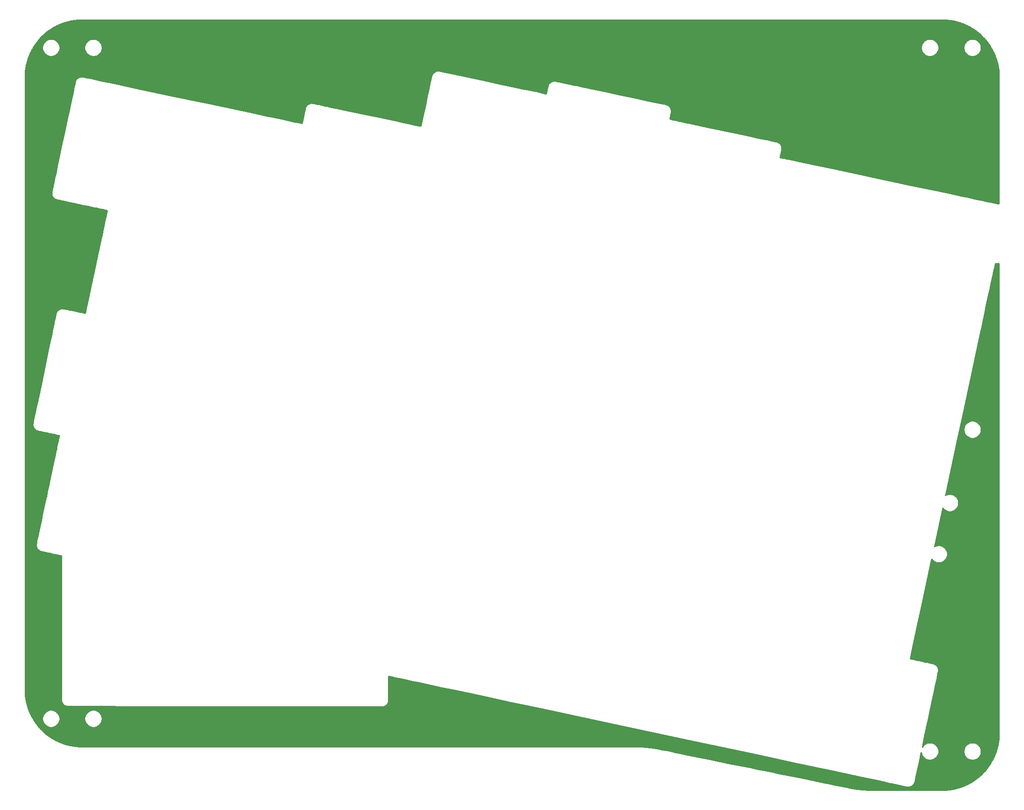
<source format=gbr>
G04 #@! TF.GenerationSoftware,KiCad,Pcbnew,(5.1.5-0-10_14)*
G04 #@! TF.CreationDate,2020-04-18T19:29:34+09:00*
G04 #@! TF.ProjectId,colice_left_topFrame,636f6c69-6365-45f6-9c65-66745f746f70,rev?*
G04 #@! TF.SameCoordinates,Original*
G04 #@! TF.FileFunction,Copper,L2,Bot*
G04 #@! TF.FilePolarity,Positive*
%FSLAX46Y46*%
G04 Gerber Fmt 4.6, Leading zero omitted, Abs format (unit mm)*
G04 Created by KiCad (PCBNEW (5.1.5-0-10_14)) date 2020-04-18 19:29:34*
%MOMM*%
%LPD*%
G04 APERTURE LIST*
%ADD10C,0.254000*%
G04 APERTURE END LIST*
D10*
G36*
X193458757Y-14115559D02*
G01*
X193648107Y-14120512D01*
X193828312Y-14128231D01*
X194007986Y-14138848D01*
X194200821Y-14153500D01*
X194375257Y-14169667D01*
X194545190Y-14188091D01*
X194714785Y-14209128D01*
X194879562Y-14232114D01*
X195043772Y-14257533D01*
X195207540Y-14285400D01*
X195370764Y-14315692D01*
X195528975Y-14347475D01*
X195695387Y-14383498D01*
X195852417Y-14419950D01*
X196009021Y-14458709D01*
X196160453Y-14498501D01*
X196332544Y-14546508D01*
X196490046Y-14593072D01*
X196636527Y-14638666D01*
X196781558Y-14686008D01*
X196921706Y-14733870D01*
X197065378Y-14785112D01*
X197208156Y-14838255D01*
X197349400Y-14893039D01*
X197483787Y-14947234D01*
X197616526Y-15002780D01*
X197748590Y-15060065D01*
X197878859Y-15118578D01*
X198010424Y-15179739D01*
X198140188Y-15242125D01*
X198269192Y-15306218D01*
X198393474Y-15369955D01*
X198517071Y-15435319D01*
X198647507Y-15506481D01*
X198769279Y-15574982D01*
X198894215Y-15647382D01*
X199014373Y-15719082D01*
X199133790Y-15792399D01*
X199252322Y-15867246D01*
X199366376Y-15941267D01*
X199480538Y-16017369D01*
X199592868Y-16094263D01*
X199703504Y-16172002D01*
X199813918Y-16251617D01*
X199930693Y-16338089D01*
X200039247Y-16420624D01*
X200147026Y-16504684D01*
X200251226Y-16588014D01*
X200362163Y-16679018D01*
X200466977Y-16767237D01*
X200568378Y-16854718D01*
X200667870Y-16942658D01*
X200772288Y-17037271D01*
X200870700Y-17128684D01*
X200967384Y-17220685D01*
X201063757Y-17314624D01*
X201115652Y-17366167D01*
X201230477Y-17482676D01*
X201322639Y-17578703D01*
X201413649Y-17675839D01*
X201512262Y-17783776D01*
X201612262Y-17896210D01*
X201701288Y-17998938D01*
X201787624Y-18101042D01*
X201874790Y-18206716D01*
X201960552Y-18313338D01*
X202044914Y-18420907D01*
X202127888Y-18529431D01*
X202209375Y-18638766D01*
X202291445Y-18751794D01*
X202370074Y-18862961D01*
X202447924Y-18975954D01*
X202523766Y-19088981D01*
X202600452Y-19206402D01*
X202677912Y-19328395D01*
X202751473Y-19447595D01*
X202823522Y-19567711D01*
X202895573Y-19691382D01*
X202967060Y-19817826D01*
X203036435Y-19944352D01*
X203101487Y-20066665D01*
X203166119Y-20191965D01*
X203230490Y-20320789D01*
X203293024Y-20450102D01*
X203361355Y-20596492D01*
X203420323Y-20727483D01*
X203477663Y-20859397D01*
X203534987Y-20996159D01*
X203589214Y-21130482D01*
X203644053Y-21271717D01*
X203695794Y-21410483D01*
X203745715Y-21550031D01*
X203793720Y-21690083D01*
X203842531Y-21839124D01*
X203890196Y-21991995D01*
X203933811Y-22139165D01*
X203976293Y-22290222D01*
X204016596Y-22441720D01*
X204057901Y-22606711D01*
X204094717Y-22763659D01*
X204129044Y-22920170D01*
X204163059Y-23087099D01*
X204193136Y-23246889D01*
X204221424Y-23410478D01*
X204247945Y-23579012D01*
X204271280Y-23743545D01*
X204292709Y-23913086D01*
X204311524Y-24082933D01*
X204328115Y-24257556D01*
X204342279Y-24437100D01*
X204353527Y-24616800D01*
X204361875Y-24797037D01*
X204367399Y-24982095D01*
X204369870Y-25169526D01*
X204370000Y-25222317D01*
X204370000Y-49988387D01*
X204202243Y-49952735D01*
X204202214Y-49952729D01*
X203801642Y-49867600D01*
X203801643Y-49867600D01*
X203438134Y-49790345D01*
X203438128Y-49790344D01*
X203038599Y-49705432D01*
X203038595Y-49705432D01*
X202604348Y-49613139D01*
X202604319Y-49613133D01*
X202136565Y-49513719D01*
X202136557Y-49513718D01*
X201636649Y-49407469D01*
X201636620Y-49407463D01*
X201105846Y-49294654D01*
X201105760Y-49294635D01*
X200545258Y-49175505D01*
X200545256Y-49175505D01*
X199655031Y-48986295D01*
X199655023Y-48986294D01*
X198371545Y-48713499D01*
X198371516Y-48713493D01*
X196992427Y-48420374D01*
X195528039Y-48109124D01*
X195527981Y-48109111D01*
X193988390Y-47781874D01*
X192383874Y-47440836D01*
X192383864Y-47440835D01*
X190724645Y-47088168D01*
X190724637Y-47088167D01*
X189449343Y-46817103D01*
X189449314Y-46817097D01*
X188588241Y-46634075D01*
X187282943Y-46356633D01*
X187282914Y-46356627D01*
X184635093Y-45793829D01*
X184635064Y-45793823D01*
X181075971Y-45037329D01*
X181075942Y-45037323D01*
X177563594Y-44290764D01*
X177563565Y-44290758D01*
X172530037Y-43220865D01*
X166766425Y-41995788D01*
X164045333Y-41417410D01*
X163364035Y-41272597D01*
X163364006Y-41272591D01*
X163051015Y-41206063D01*
X163051011Y-41206063D01*
X162852700Y-41163912D01*
X162852593Y-41163888D01*
X162390211Y-41065609D01*
X161781933Y-40936320D01*
X161683847Y-40915472D01*
X161704126Y-40820104D01*
X161704126Y-40820101D01*
X161704131Y-40820080D01*
X161758220Y-40565665D01*
X161758223Y-40565652D01*
X161814656Y-40300190D01*
X161814657Y-40300181D01*
X161882649Y-39980368D01*
X161926671Y-39773352D01*
X161963422Y-39600564D01*
X161997874Y-39438663D01*
X162003945Y-39384654D01*
X162012571Y-39331014D01*
X162013133Y-39320767D01*
X162022278Y-39129399D01*
X162020552Y-39094898D01*
X162022333Y-39060402D01*
X162016977Y-39023440D01*
X162015111Y-38986132D01*
X162006716Y-38952622D01*
X162001763Y-38918438D01*
X161999238Y-38908491D01*
X161957601Y-38749152D01*
X161950740Y-38730549D01*
X161946576Y-38711172D01*
X161925973Y-38663397D01*
X161907964Y-38614567D01*
X161897621Y-38597652D01*
X161889772Y-38579451D01*
X161884746Y-38570504D01*
X161811978Y-38443072D01*
X161804573Y-38432624D01*
X161798937Y-38421129D01*
X161763167Y-38374204D01*
X161729030Y-38326040D01*
X161719735Y-38317228D01*
X161711975Y-38307048D01*
X161704935Y-38299581D01*
X161605963Y-38196078D01*
X161596011Y-38187524D01*
X161587553Y-38177499D01*
X161541714Y-38140849D01*
X161497183Y-38102570D01*
X161485760Y-38096112D01*
X161475514Y-38087920D01*
X161466873Y-38082385D01*
X161343800Y-38004752D01*
X161333973Y-37999822D01*
X161325100Y-37993343D01*
X161269950Y-37967701D01*
X161215585Y-37940426D01*
X161204994Y-37937500D01*
X161195025Y-37932865D01*
X161185318Y-37929535D01*
X161056404Y-37886312D01*
X161020508Y-37878067D01*
X160985569Y-37866446D01*
X160975546Y-37864242D01*
X160738822Y-37813932D01*
X160738793Y-37813926D01*
X160466874Y-37756136D01*
X160466875Y-37756136D01*
X160048128Y-37667138D01*
X160048129Y-37667138D01*
X159694602Y-37591999D01*
X159694573Y-37591993D01*
X159443083Y-37538541D01*
X159443054Y-37538535D01*
X159043170Y-37453542D01*
X159043112Y-37453529D01*
X158465321Y-37330720D01*
X157521234Y-37130055D01*
X157521228Y-37130054D01*
X156481816Y-36909125D01*
X156481729Y-36909106D01*
X155751259Y-36753840D01*
X155751257Y-36753840D01*
X154993251Y-36592722D01*
X154993222Y-36592716D01*
X154211860Y-36426633D01*
X153006949Y-36170522D01*
X151355194Y-35819430D01*
X151355165Y-35819424D01*
X149686413Y-35464718D01*
X148034626Y-35113618D01*
X146829821Y-34857528D01*
X146829714Y-34857504D01*
X146048352Y-34691421D01*
X146048350Y-34691421D01*
X145290315Y-34530297D01*
X144559845Y-34375033D01*
X144559843Y-34375033D01*
X143861182Y-34226531D01*
X143861180Y-34226531D01*
X143198568Y-34085692D01*
X142576292Y-33953427D01*
X142576243Y-33953416D01*
X141998452Y-33830609D01*
X141998448Y-33830609D01*
X141469538Y-33718191D01*
X141469431Y-33718168D01*
X141108979Y-33641557D01*
X141108975Y-33641557D01*
X140885039Y-33593961D01*
X140885019Y-33593957D01*
X140574667Y-33527997D01*
X140574666Y-33527997D01*
X140574662Y-33527996D01*
X140302776Y-33470213D01*
X140302735Y-33470204D01*
X140205639Y-33449570D01*
X140213189Y-33414109D01*
X140213190Y-33414097D01*
X140213217Y-33413976D01*
X140252953Y-33227187D01*
X140252954Y-33227175D01*
X140252970Y-33227104D01*
X140296702Y-33021410D01*
X140296712Y-33021365D01*
X140346089Y-32789045D01*
X140394876Y-32559519D01*
X140430219Y-32393289D01*
X140470317Y-32204829D01*
X140476660Y-32175047D01*
X140482761Y-32120853D01*
X140491399Y-32067020D01*
X140491957Y-32056773D01*
X140501050Y-31865109D01*
X140499302Y-31830406D01*
X140501062Y-31795710D01*
X140495702Y-31758949D01*
X140493833Y-31721844D01*
X140485379Y-31688146D01*
X140480366Y-31653764D01*
X140477832Y-31643820D01*
X140436075Y-31484602D01*
X140429148Y-31465871D01*
X140424930Y-31446365D01*
X140404323Y-31398747D01*
X140386318Y-31350062D01*
X140375887Y-31333038D01*
X140367959Y-31314717D01*
X140362921Y-31305776D01*
X140289792Y-31178090D01*
X140282464Y-31167780D01*
X140276885Y-31156424D01*
X140240968Y-31109390D01*
X140206694Y-31061164D01*
X140197503Y-31052472D01*
X140189824Y-31042417D01*
X140182778Y-31034957D01*
X140084340Y-30932187D01*
X140074605Y-30923834D01*
X140066341Y-30914040D01*
X140020272Y-30877210D01*
X139975479Y-30838773D01*
X139964310Y-30832471D01*
X139954298Y-30824467D01*
X139945656Y-30818932D01*
X139822583Y-30741307D01*
X139812772Y-30736385D01*
X139803912Y-30729916D01*
X139748762Y-30704274D01*
X139694366Y-30676986D01*
X139683786Y-30674064D01*
X139673837Y-30669438D01*
X139664130Y-30666108D01*
X139535216Y-30622885D01*
X139499324Y-30614641D01*
X139464390Y-30603021D01*
X139454367Y-30600817D01*
X138936001Y-30490645D01*
X138936000Y-30490645D01*
X138508038Y-30399684D01*
X138508030Y-30399683D01*
X138020931Y-30296153D01*
X138020844Y-30296134D01*
X137194616Y-30120522D01*
X137194610Y-30120521D01*
X135917478Y-29849066D01*
X134482383Y-29544034D01*
X132924432Y-29212888D01*
X130438354Y-28684465D01*
X130438325Y-28684459D01*
X127864458Y-28137374D01*
X127864456Y-28137374D01*
X126166089Y-27776382D01*
X124927412Y-27513099D01*
X124927410Y-27513099D01*
X124124400Y-27342419D01*
X124124293Y-27342395D01*
X123345307Y-27176822D01*
X123345303Y-27176822D01*
X122594838Y-27017312D01*
X122594836Y-27017312D01*
X121877276Y-26864796D01*
X121877274Y-26864796D01*
X121197005Y-26720207D01*
X121197001Y-26720207D01*
X120558490Y-26584495D01*
X120558412Y-26584478D01*
X119965891Y-26458543D01*
X119965887Y-26458543D01*
X119423870Y-26343344D01*
X119423821Y-26343333D01*
X118936645Y-26239792D01*
X118936596Y-26239781D01*
X118611764Y-26170745D01*
X118611762Y-26170745D01*
X118413398Y-26128587D01*
X118413397Y-26128587D01*
X118413393Y-26128586D01*
X118231252Y-26089878D01*
X118231203Y-26089867D01*
X118027602Y-26046599D01*
X118027577Y-26046594D01*
X117990166Y-26038645D01*
X117936422Y-26032621D01*
X117883058Y-26024015D01*
X117872811Y-26023448D01*
X117681821Y-26014237D01*
X117646909Y-26015968D01*
X117612019Y-26014190D01*
X117575461Y-26019512D01*
X117538551Y-26021342D01*
X117504648Y-26029819D01*
X117470069Y-26034853D01*
X117460123Y-26037384D01*
X117299410Y-26079493D01*
X117280235Y-26086579D01*
X117260271Y-26090918D01*
X117213110Y-26111386D01*
X117164858Y-26129218D01*
X117147426Y-26139893D01*
X117128682Y-26148028D01*
X117119747Y-26153075D01*
X116992171Y-26226319D01*
X116981838Y-26233679D01*
X116970461Y-26239285D01*
X116923517Y-26275219D01*
X116875332Y-26309539D01*
X116866622Y-26318770D01*
X116856554Y-26326476D01*
X116849101Y-26333531D01*
X116746476Y-26432056D01*
X116738087Y-26441855D01*
X116728240Y-26450187D01*
X116691507Y-26496262D01*
X116653186Y-26541024D01*
X116646860Y-26552266D01*
X116638819Y-26562352D01*
X116633295Y-26571000D01*
X116555847Y-26694163D01*
X116551037Y-26703784D01*
X116544704Y-26712471D01*
X116519010Y-26767842D01*
X116491700Y-26822468D01*
X116488851Y-26832839D01*
X116484325Y-26842592D01*
X116481002Y-26852301D01*
X116438169Y-26980374D01*
X116430018Y-27015983D01*
X116418488Y-27050642D01*
X116416283Y-27060665D01*
X116357243Y-27338392D01*
X116357242Y-27338399D01*
X116314738Y-27538325D01*
X116314728Y-27538371D01*
X116270830Y-27744838D01*
X116270830Y-27744839D01*
X116226480Y-27953432D01*
X116226474Y-27953461D01*
X116182583Y-28159897D01*
X116182574Y-28159937D01*
X116129824Y-28408052D01*
X116129823Y-28408060D01*
X116129820Y-28408074D01*
X116110692Y-28498060D01*
X115741564Y-28419602D01*
X115741448Y-28419577D01*
X115322280Y-28330480D01*
X115322278Y-28330480D01*
X114845773Y-28229196D01*
X114845767Y-28229195D01*
X114038674Y-28057640D01*
X114038645Y-28057634D01*
X112792642Y-27792784D01*
X112792584Y-27792771D01*
X111393626Y-27495406D01*
X109875781Y-27172768D01*
X109875752Y-27172762D01*
X108272937Y-26832063D01*
X106619190Y-26480535D01*
X106619161Y-26480529D01*
X104113018Y-25947810D01*
X100907418Y-25266408D01*
X98109563Y-24671677D01*
X95991274Y-24221400D01*
X95991272Y-24221400D01*
X95317214Y-24078119D01*
X95263453Y-24072088D01*
X95210040Y-24063475D01*
X95199793Y-24062909D01*
X95008874Y-24053703D01*
X94973935Y-24055436D01*
X94939010Y-24053659D01*
X94902481Y-24058980D01*
X94865604Y-24060809D01*
X94831668Y-24069295D01*
X94797061Y-24074336D01*
X94787116Y-24076868D01*
X94626094Y-24119074D01*
X94606858Y-24126185D01*
X94586822Y-24130545D01*
X94539724Y-24151001D01*
X94491546Y-24168811D01*
X94474056Y-24179524D01*
X94455250Y-24187692D01*
X94446316Y-24192742D01*
X94318695Y-24266060D01*
X94308374Y-24273416D01*
X94297012Y-24279018D01*
X94250060Y-24314976D01*
X94201880Y-24349313D01*
X94193185Y-24358532D01*
X94183126Y-24366236D01*
X94175675Y-24373293D01*
X94073027Y-24471889D01*
X94064664Y-24481662D01*
X94054851Y-24489968D01*
X94018113Y-24536063D01*
X93979764Y-24580880D01*
X93973457Y-24592094D01*
X93965446Y-24602146D01*
X93959923Y-24610795D01*
X93882467Y-24734009D01*
X93877678Y-24743592D01*
X93871367Y-24752249D01*
X93845658Y-24807659D01*
X93818338Y-24862323D01*
X93815500Y-24872658D01*
X93810993Y-24882372D01*
X93807670Y-24892082D01*
X93764836Y-25020170D01*
X93756687Y-25055780D01*
X93745157Y-25090439D01*
X93742954Y-25100462D01*
X93660220Y-25489705D01*
X93660220Y-25489706D01*
X93436222Y-26543563D01*
X93160579Y-27840397D01*
X93160579Y-27840398D01*
X92853949Y-29283022D01*
X92616228Y-30401446D01*
X92616228Y-30401448D01*
X92459040Y-31140993D01*
X92459040Y-31140994D01*
X92305725Y-31862320D01*
X92305725Y-31862322D01*
X92158888Y-32553177D01*
X92158865Y-32553284D01*
X92054853Y-33042656D01*
X92054852Y-33042662D01*
X92005059Y-33276932D01*
X92005044Y-33277002D01*
X91894841Y-33795520D01*
X91809876Y-34195291D01*
X91809872Y-34195311D01*
X91757908Y-34439818D01*
X91757908Y-34439819D01*
X91710314Y-34663763D01*
X91710299Y-34663833D01*
X91677712Y-34817171D01*
X91501048Y-34779622D01*
X90656867Y-34600197D01*
X90656838Y-34600191D01*
X89589396Y-34373313D01*
X89589338Y-34373300D01*
X88332898Y-34106249D01*
X87283276Y-33883156D01*
X87283218Y-33883143D01*
X86545528Y-33726348D01*
X86545499Y-33726342D01*
X85390613Y-33480872D01*
X85390605Y-33480871D01*
X83773473Y-33137149D01*
X82104862Y-32782484D01*
X82104804Y-32782471D01*
X80418988Y-32424143D01*
X80418959Y-32424137D01*
X79165338Y-32157672D01*
X79165309Y-32157666D01*
X78341738Y-31982610D01*
X78341709Y-31982604D01*
X77533199Y-31810748D01*
X77533141Y-31810735D01*
X76743893Y-31642971D01*
X75978263Y-31480227D01*
X75978257Y-31480226D01*
X75240577Y-31323421D01*
X75240548Y-31323415D01*
X74709265Y-31210482D01*
X74709264Y-31210482D01*
X74365368Y-31137379D01*
X74365366Y-31137379D01*
X73866082Y-31031246D01*
X73866024Y-31031233D01*
X73392175Y-30930505D01*
X73392171Y-30930505D01*
X73089176Y-30866094D01*
X73089070Y-30866071D01*
X72797504Y-30804091D01*
X72797500Y-30804091D01*
X72518019Y-30744678D01*
X72518015Y-30744678D01*
X72120930Y-30660263D01*
X72120931Y-30660263D01*
X71816526Y-30595549D01*
X71816525Y-30595549D01*
X71531669Y-30534989D01*
X71531583Y-30534970D01*
X71320532Y-30490100D01*
X71320526Y-30490099D01*
X71124835Y-30448494D01*
X71124789Y-30448484D01*
X70944899Y-30410235D01*
X70944870Y-30410229D01*
X70706571Y-30359561D01*
X70652770Y-30353523D01*
X70599363Y-30344910D01*
X70589116Y-30344343D01*
X70398230Y-30335137D01*
X70363522Y-30336858D01*
X70328835Y-30335071D01*
X70292074Y-30340401D01*
X70254960Y-30342242D01*
X70221251Y-30350671D01*
X70186872Y-30355656D01*
X70176926Y-30358181D01*
X70016794Y-30400043D01*
X69997757Y-30407067D01*
X69977936Y-30411354D01*
X69930617Y-30431837D01*
X69882214Y-30449694D01*
X69864904Y-30460281D01*
X69846293Y-30468337D01*
X69837352Y-30473375D01*
X69709693Y-30546503D01*
X69699106Y-30554028D01*
X69687462Y-30559764D01*
X69640740Y-30595516D01*
X69592774Y-30629611D01*
X69583854Y-30639045D01*
X69573541Y-30646937D01*
X69566088Y-30653991D01*
X69462802Y-30753121D01*
X69454131Y-30763247D01*
X69443970Y-30771862D01*
X69407554Y-30817635D01*
X69369496Y-30862075D01*
X69362960Y-30873686D01*
X69354662Y-30884116D01*
X69349147Y-30892771D01*
X69271449Y-31016608D01*
X69266695Y-31026141D01*
X69260428Y-31034751D01*
X69234731Y-31090236D01*
X69207432Y-31144978D01*
X69204620Y-31155253D01*
X69200145Y-31164916D01*
X69196829Y-31174628D01*
X69154303Y-31302093D01*
X69146264Y-31337335D01*
X69134841Y-31371635D01*
X69132634Y-31381657D01*
X69090455Y-31579777D01*
X69090454Y-31579785D01*
X69090440Y-31579849D01*
X69048870Y-31775204D01*
X69048861Y-31775245D01*
X69009569Y-31959948D01*
X69009557Y-31960003D01*
X68973681Y-32128684D01*
X68973679Y-32128695D01*
X68936653Y-32302796D01*
X68936643Y-32302843D01*
X68887829Y-32532431D01*
X68887827Y-32532443D01*
X68843682Y-32740088D01*
X68843677Y-32740111D01*
X68799259Y-32949072D01*
X68799242Y-32949150D01*
X68743867Y-33209660D01*
X68743866Y-33209665D01*
X68743864Y-33209676D01*
X68700199Y-33415119D01*
X68700198Y-33415124D01*
X68657520Y-33615930D01*
X68657519Y-33615936D01*
X68595970Y-33905546D01*
X68595968Y-33905554D01*
X68539341Y-34171995D01*
X68539341Y-34171996D01*
X68518045Y-34272200D01*
X68344839Y-34235380D01*
X68344830Y-34235378D01*
X67807551Y-34121171D01*
X67807473Y-34121154D01*
X67244979Y-34001589D01*
X67244975Y-34001589D01*
X66828197Y-33912998D01*
X66828193Y-33912998D01*
X66142947Y-33767343D01*
X65110714Y-33547934D01*
X65110636Y-33547917D01*
X63958818Y-33303092D01*
X63958816Y-33303092D01*
X62697884Y-33035075D01*
X62697882Y-33035075D01*
X61338224Y-32746075D01*
X59890233Y-32438300D01*
X58364300Y-32113958D01*
X58364298Y-32113958D01*
X55958491Y-31602599D01*
X50824717Y-30511410D01*
X43702564Y-28997589D01*
X38568791Y-27906398D01*
X36162982Y-27395038D01*
X34637080Y-27070704D01*
X34637051Y-27070698D01*
X32485848Y-26613453D01*
X30877234Y-26271535D01*
X30877205Y-26271529D01*
X30273367Y-26143180D01*
X29416679Y-25961086D01*
X29416650Y-25961080D01*
X28384401Y-25741670D01*
X28384343Y-25741657D01*
X27699094Y-25596000D01*
X27699090Y-25596000D01*
X27282401Y-25507429D01*
X27282315Y-25507410D01*
X26719824Y-25387845D01*
X26719816Y-25387844D01*
X26251511Y-25288298D01*
X25985418Y-25231735D01*
X25985412Y-25231734D01*
X25869369Y-25207067D01*
X25815543Y-25201029D01*
X25762086Y-25192416D01*
X25751839Y-25191851D01*
X25560849Y-25182669D01*
X25526155Y-25184395D01*
X25491476Y-25182612D01*
X25454705Y-25187948D01*
X25417579Y-25189795D01*
X25383879Y-25198227D01*
X25349517Y-25203214D01*
X25339570Y-25205741D01*
X25179678Y-25247561D01*
X25160529Y-25254628D01*
X25140585Y-25258952D01*
X25093375Y-25279413D01*
X25045104Y-25297228D01*
X25027696Y-25307878D01*
X25008967Y-25315995D01*
X25000029Y-25321038D01*
X24871633Y-25394667D01*
X24861128Y-25402141D01*
X24849563Y-25407841D01*
X24802777Y-25443658D01*
X24754752Y-25477828D01*
X24745895Y-25487204D01*
X24735661Y-25495039D01*
X24728208Y-25502094D01*
X24625582Y-25600632D01*
X24617288Y-25610321D01*
X24607555Y-25618551D01*
X24570717Y-25664726D01*
X24532299Y-25709606D01*
X24526047Y-25720717D01*
X24518095Y-25730685D01*
X24512568Y-25739332D01*
X24435217Y-25862247D01*
X24430417Y-25871840D01*
X24424096Y-25880503D01*
X24398360Y-25935906D01*
X24371027Y-25990530D01*
X24368183Y-26000869D01*
X24363663Y-26010598D01*
X24360336Y-26020306D01*
X24317406Y-26148490D01*
X24309201Y-26184270D01*
X24297616Y-26219100D01*
X24295413Y-26229123D01*
X24244308Y-26469607D01*
X24244295Y-26469665D01*
X24205671Y-26651414D01*
X24205663Y-26651451D01*
X24163603Y-26849361D01*
X24163602Y-26849367D01*
X24094749Y-27173345D01*
X24094737Y-27173400D01*
X24018030Y-27534321D01*
X23963445Y-27791148D01*
X23963426Y-27791235D01*
X23876555Y-28199962D01*
X23783004Y-28640107D01*
X23783004Y-28640109D01*
X23717715Y-28947288D01*
X23650050Y-29265638D01*
X23650044Y-29265667D01*
X23580108Y-29594701D01*
X23580107Y-29594709D01*
X23471478Y-30105783D01*
X23471459Y-30105870D01*
X23319396Y-30821276D01*
X23319390Y-30821305D01*
X23200518Y-31380555D01*
X23200518Y-31380557D01*
X23119433Y-31762039D01*
X22911345Y-32741009D01*
X22911343Y-32741019D01*
X22562610Y-34381662D01*
X22562604Y-34381691D01*
X22202721Y-36074784D01*
X22202715Y-36074813D01*
X21657304Y-38640720D01*
X21216732Y-40713413D01*
X21216732Y-40713414D01*
X21046553Y-41514036D01*
X21046542Y-41514085D01*
X20800321Y-42672472D01*
X20570359Y-43754368D01*
X20570359Y-43754371D01*
X20426199Y-44432609D01*
X20426188Y-44432658D01*
X20290846Y-45069419D01*
X20290846Y-45069422D01*
X20165277Y-45660214D01*
X20165260Y-45660292D01*
X20078388Y-46069023D01*
X20023783Y-46325939D01*
X20023782Y-46325945D01*
X19972150Y-46568882D01*
X19972139Y-46568931D01*
X19923575Y-46797437D01*
X19923575Y-46797440D01*
X19878205Y-47010921D01*
X19878204Y-47010927D01*
X19826269Y-47255308D01*
X19826266Y-47255320D01*
X19762420Y-47555770D01*
X19762419Y-47555778D01*
X19762418Y-47555783D01*
X19746393Y-47631201D01*
X19740368Y-47684949D01*
X19731759Y-47738347D01*
X19731194Y-47748594D01*
X19721998Y-47939459D01*
X19723720Y-47974155D01*
X19721934Y-48008840D01*
X19727267Y-48045611D01*
X19729109Y-48082730D01*
X19737537Y-48116429D01*
X19742522Y-48150802D01*
X19745048Y-48160748D01*
X19786882Y-48320755D01*
X19793962Y-48339942D01*
X19798292Y-48359917D01*
X19818738Y-48407093D01*
X19836537Y-48455333D01*
X19847202Y-48472770D01*
X19855335Y-48491535D01*
X19860378Y-48500472D01*
X19934007Y-48628868D01*
X19941483Y-48639375D01*
X19947184Y-48650943D01*
X19982999Y-48697726D01*
X20017168Y-48745749D01*
X20026546Y-48754608D01*
X20034383Y-48764844D01*
X20041438Y-48772296D01*
X20139976Y-48874920D01*
X20149718Y-48883259D01*
X20157991Y-48893039D01*
X20204106Y-48929816D01*
X20248950Y-48968202D01*
X20260121Y-48974487D01*
X20270141Y-48982478D01*
X20278789Y-48988003D01*
X20401912Y-49065453D01*
X20411494Y-49070245D01*
X20420137Y-49076550D01*
X20475532Y-49102274D01*
X20530207Y-49129619D01*
X20540532Y-49132458D01*
X20550241Y-49136966D01*
X20559949Y-49140292D01*
X20687925Y-49183133D01*
X20723678Y-49191327D01*
X20758461Y-49202895D01*
X20768484Y-49205099D01*
X21062780Y-49267631D01*
X21062786Y-49267632D01*
X21287596Y-49315404D01*
X21287662Y-49315419D01*
X21470578Y-49354291D01*
X21470583Y-49354292D01*
X21797734Y-49423819D01*
X21797849Y-49423844D01*
X22080071Y-49483824D01*
X22080080Y-49483826D01*
X22302839Y-49531170D01*
X22302844Y-49531171D01*
X22691141Y-49613701D01*
X22691170Y-49613707D01*
X23016975Y-49682955D01*
X23354201Y-49754631D01*
X23354238Y-49754639D01*
X23877313Y-49865821D01*
X23877342Y-49865827D01*
X24970944Y-50098278D01*
X24970954Y-50098279D01*
X26095122Y-50337229D01*
X26838458Y-50495231D01*
X26838460Y-50495231D01*
X27383730Y-50611131D01*
X27383732Y-50611131D01*
X27739346Y-50686718D01*
X27739348Y-50686718D01*
X28086509Y-50760508D01*
X28086558Y-50760519D01*
X28423829Y-50832205D01*
X28423833Y-50832205D01*
X28749636Y-50901453D01*
X28749638Y-50901453D01*
X28985104Y-50951500D01*
X28985109Y-50951501D01*
X29360693Y-51031326D01*
X29360742Y-51031337D01*
X29642962Y-51091318D01*
X29642982Y-51091322D01*
X29907603Y-51147561D01*
X29907644Y-51147570D01*
X30093042Y-51186970D01*
X30093045Y-51186970D01*
X30093048Y-51186971D01*
X30378095Y-51247545D01*
X30378107Y-51247548D01*
X30532484Y-51280352D01*
X30475670Y-51547624D01*
X30475668Y-51547636D01*
X30435335Y-51737392D01*
X30435329Y-51737421D01*
X30322959Y-52266088D01*
X30104127Y-53295626D01*
X29913544Y-54192267D01*
X29913544Y-54192269D01*
X29776802Y-54835607D01*
X29558895Y-55860816D01*
X29246374Y-57331161D01*
X29246374Y-57331163D01*
X28748101Y-59675453D01*
X28060607Y-62909984D01*
X28060601Y-62910013D01*
X27400868Y-66013936D01*
X27400862Y-66013965D01*
X26961577Y-68080709D01*
X26961576Y-68080717D01*
X26704590Y-69289774D01*
X26704577Y-69289832D01*
X26485746Y-70319369D01*
X26485745Y-70319375D01*
X26373385Y-70847989D01*
X26373374Y-70848038D01*
X26333041Y-71037792D01*
X26333035Y-71037821D01*
X26278139Y-71296093D01*
X26276298Y-71304756D01*
X26093070Y-71265804D01*
X26093067Y-71265804D01*
X26093055Y-71265801D01*
X25848924Y-71213907D01*
X25848921Y-71213907D01*
X25848918Y-71213906D01*
X25586170Y-71158057D01*
X25586169Y-71158057D01*
X25586165Y-71158056D01*
X25308275Y-71098991D01*
X25308176Y-71098969D01*
X25018340Y-71037367D01*
X25018336Y-71037367D01*
X24569290Y-70941928D01*
X24569183Y-70941904D01*
X23958970Y-70812212D01*
X23958960Y-70812211D01*
X23509714Y-70716729D01*
X23219798Y-70655112D01*
X23219769Y-70655106D01*
X22941640Y-70595993D01*
X22941639Y-70595993D01*
X22743455Y-70553869D01*
X22743397Y-70553856D01*
X22434369Y-70488171D01*
X22434370Y-70488171D01*
X22266104Y-70452404D01*
X22266103Y-70452404D01*
X22111212Y-70419479D01*
X22056952Y-70413392D01*
X22003059Y-70404775D01*
X21992812Y-70404223D01*
X21801706Y-70395263D01*
X21768041Y-70396977D01*
X21734376Y-70395193D01*
X21696579Y-70400617D01*
X21658445Y-70402559D01*
X21625751Y-70410781D01*
X21592383Y-70415569D01*
X21582433Y-70418080D01*
X21423506Y-70459377D01*
X21416045Y-70462117D01*
X21408232Y-70463523D01*
X21348810Y-70486810D01*
X21288853Y-70508830D01*
X21282070Y-70512965D01*
X21274675Y-70515863D01*
X21265563Y-70520585D01*
X21169406Y-70571283D01*
X21168348Y-70571980D01*
X21167182Y-70572461D01*
X21108638Y-70611351D01*
X21049649Y-70650247D01*
X21048746Y-70651138D01*
X21047696Y-70651835D01*
X21039788Y-70658376D01*
X20930546Y-70750028D01*
X20921929Y-70758827D01*
X20912006Y-70766118D01*
X20871815Y-70809994D01*
X20830175Y-70852509D01*
X20823431Y-70862813D01*
X20815113Y-70871894D01*
X20809010Y-70880145D01*
X20724410Y-70996202D01*
X20716294Y-71009985D01*
X20706184Y-71022380D01*
X20679965Y-71071684D01*
X20651626Y-71119812D01*
X20646341Y-71134911D01*
X20638832Y-71149032D01*
X20634987Y-71158547D01*
X20577781Y-71303007D01*
X20563884Y-71351458D01*
X20547192Y-71399010D01*
X20544824Y-71408995D01*
X20539563Y-71431887D01*
X20539296Y-71433959D01*
X20538642Y-71435946D01*
X20536470Y-71445976D01*
X20486212Y-71686162D01*
X20486210Y-71686173D01*
X20448277Y-71867470D01*
X20448249Y-71867600D01*
X20396002Y-72117319D01*
X20396001Y-72117324D01*
X20396001Y-72117326D01*
X20339326Y-72388221D01*
X20264046Y-72748042D01*
X20264045Y-72748047D01*
X20264045Y-72748049D01*
X20210478Y-73004100D01*
X20210472Y-73004128D01*
X20154116Y-73273509D01*
X20154116Y-73273510D01*
X20095091Y-73555650D01*
X20095090Y-73555655D01*
X20002098Y-74000176D01*
X19869424Y-74634383D01*
X19869401Y-74634491D01*
X19728076Y-75310061D01*
X19728076Y-75310063D01*
X19502693Y-76387469D01*
X19502693Y-76387470D01*
X19261417Y-77540856D01*
X19261417Y-77540858D01*
X19094667Y-78337997D01*
X18923833Y-79154665D01*
X18749839Y-79986438D01*
X18749822Y-79986517D01*
X18484958Y-81252712D01*
X18217835Y-82529703D01*
X18217835Y-82529704D01*
X18040222Y-83378796D01*
X18040216Y-83378824D01*
X17863966Y-84221400D01*
X17689995Y-85053086D01*
X17434738Y-86273376D01*
X17434732Y-86273404D01*
X17190846Y-87439331D01*
X17190846Y-87439333D01*
X17035082Y-88183992D01*
X16886139Y-88896031D01*
X16886139Y-88896033D01*
X16744952Y-89571001D01*
X16744929Y-89571108D01*
X16548353Y-90510880D01*
X16323239Y-91587085D01*
X16145417Y-92437204D01*
X16145417Y-92437205D01*
X16078938Y-92755026D01*
X16073057Y-92809033D01*
X16064618Y-92862674D01*
X16064091Y-92872922D01*
X16055558Y-93065190D01*
X16057419Y-93100017D01*
X16055771Y-93134845D01*
X16061236Y-93171453D01*
X16063212Y-93208432D01*
X16071803Y-93242239D01*
X16076951Y-93276720D01*
X16079518Y-93286656D01*
X16121737Y-93445429D01*
X16128872Y-93464521D01*
X16133267Y-93484413D01*
X16153923Y-93531557D01*
X16171951Y-93579800D01*
X16182659Y-93597145D01*
X16190834Y-93615802D01*
X16195912Y-93624720D01*
X16270366Y-93753366D01*
X16278151Y-93764217D01*
X16284117Y-93776163D01*
X16319902Y-93822405D01*
X16353992Y-93869915D01*
X16363736Y-93879047D01*
X16371909Y-93889607D01*
X16379004Y-93897022D01*
X16478562Y-93999630D01*
X16488662Y-94008185D01*
X16497273Y-94018234D01*
X16543301Y-94054464D01*
X16588021Y-94092342D01*
X16599594Y-94098774D01*
X16609990Y-94106957D01*
X16618673Y-94112427D01*
X16742975Y-94189520D01*
X16751573Y-94193752D01*
X16759331Y-94199372D01*
X16815831Y-94225381D01*
X16871675Y-94252869D01*
X16880935Y-94255351D01*
X16889634Y-94259356D01*
X16899354Y-94262650D01*
X17023885Y-94303880D01*
X17058497Y-94311692D01*
X17092160Y-94322885D01*
X17102183Y-94325088D01*
X17336502Y-94374860D01*
X17336505Y-94374860D01*
X17660790Y-94443755D01*
X17919351Y-94498690D01*
X17919368Y-94498694D01*
X18192768Y-94556785D01*
X18192825Y-94556798D01*
X18370193Y-94594485D01*
X18370199Y-94594486D01*
X18550673Y-94632837D01*
X18550751Y-94632854D01*
X18734345Y-94671868D01*
X18734352Y-94671869D01*
X19069323Y-94743056D01*
X19069389Y-94743070D01*
X19369283Y-94806805D01*
X19369320Y-94806813D01*
X19593238Y-94854403D01*
X19593247Y-94854405D01*
X19851463Y-94909286D01*
X19851480Y-94909290D01*
X20032882Y-94947848D01*
X20032891Y-94947849D01*
X20315259Y-95007872D01*
X20315326Y-95007887D01*
X20485684Y-95044102D01*
X20485689Y-95044103D01*
X20714808Y-95092812D01*
X20714815Y-95092813D01*
X20930394Y-95138649D01*
X20930396Y-95138649D01*
X21184827Y-95192753D01*
X21184890Y-95192767D01*
X21197835Y-95195520D01*
X21176775Y-95294625D01*
X21176756Y-95294711D01*
X21118369Y-95569464D01*
X21028363Y-95992994D01*
X20925970Y-96474795D01*
X20812108Y-97010551D01*
X20719427Y-97446631D01*
X20654754Y-97750930D01*
X20553664Y-98226577D01*
X20553645Y-98226663D01*
X20410881Y-98898385D01*
X20260322Y-99606767D01*
X20260316Y-99606796D01*
X20102869Y-100347580D01*
X20102868Y-100347586D01*
X19856376Y-101507314D01*
X19856375Y-101507320D01*
X19511215Y-103131260D01*
X19511202Y-103131318D01*
X19244519Y-104386011D01*
X19244519Y-104386012D01*
X19065049Y-105230388D01*
X19065048Y-105230394D01*
X18930114Y-105865228D01*
X18930101Y-105865286D01*
X18840192Y-106288284D01*
X18840192Y-106288285D01*
X18705658Y-106921237D01*
X18705645Y-106921295D01*
X18438956Y-108175989D01*
X18179160Y-109398251D01*
X18179147Y-109398309D01*
X18010686Y-110190859D01*
X18010680Y-110190888D01*
X17847258Y-110959729D01*
X17847258Y-110959730D01*
X17689801Y-111700512D01*
X17465767Y-112754495D01*
X17295315Y-113556381D01*
X17295314Y-113556389D01*
X17230633Y-113860679D01*
X17137951Y-114296700D01*
X17137938Y-114296758D01*
X17024066Y-114832458D01*
X17024053Y-114832516D01*
X16921636Y-115314322D01*
X16921635Y-115314328D01*
X16831606Y-115737851D01*
X16754892Y-116098723D01*
X16754875Y-116098802D01*
X16722398Y-116251581D01*
X16716273Y-116306178D01*
X16707652Y-116360419D01*
X16707109Y-116370667D01*
X16698282Y-116562745D01*
X16700047Y-116596777D01*
X16698309Y-116630797D01*
X16703752Y-116668216D01*
X16705711Y-116706000D01*
X16714053Y-116739042D01*
X16718956Y-116772751D01*
X16721486Y-116782696D01*
X16763028Y-116941321D01*
X16765529Y-116948090D01*
X16766805Y-116955187D01*
X16790350Y-117015280D01*
X16812737Y-117075879D01*
X16816506Y-117082035D01*
X16819136Y-117088748D01*
X16823858Y-117097859D01*
X16873864Y-117192720D01*
X16874235Y-117193282D01*
X16874488Y-117193900D01*
X16913643Y-117253058D01*
X16952820Y-117312482D01*
X16953290Y-117312959D01*
X16953661Y-117313519D01*
X16960189Y-117321438D01*
X17051414Y-117430542D01*
X17060148Y-117439125D01*
X17067374Y-117448997D01*
X17111225Y-117489318D01*
X17153728Y-117531085D01*
X17163956Y-117537804D01*
X17172968Y-117546090D01*
X17181207Y-117552208D01*
X17297874Y-117637589D01*
X17312179Y-117646048D01*
X17325055Y-117656555D01*
X17373805Y-117682491D01*
X17421347Y-117710605D01*
X17437026Y-117716126D01*
X17451695Y-117723930D01*
X17461209Y-117727777D01*
X17605753Y-117785047D01*
X17653841Y-117798849D01*
X17701037Y-117815479D01*
X17711019Y-117817859D01*
X17732078Y-117822725D01*
X17733399Y-117822897D01*
X17734659Y-117823316D01*
X17744682Y-117825521D01*
X17996831Y-117879137D01*
X17996833Y-117879137D01*
X17996841Y-117879139D01*
X18280360Y-117939421D01*
X18280401Y-117939430D01*
X18463971Y-117978459D01*
X18463991Y-117978463D01*
X18720088Y-118032910D01*
X18720096Y-118032911D01*
X18720101Y-118032912D01*
X18885927Y-118068165D01*
X18885937Y-118068166D01*
X19089319Y-118111402D01*
X19089324Y-118111403D01*
X19261632Y-118148032D01*
X19261646Y-118148035D01*
X19610775Y-118222245D01*
X19610903Y-118222273D01*
X19821331Y-118266999D01*
X19821335Y-118266999D01*
X19821342Y-118267001D01*
X20100121Y-118326250D01*
X20100133Y-118326253D01*
X20374019Y-118384459D01*
X20374033Y-118384462D01*
X20639860Y-118440950D01*
X20639892Y-118440957D01*
X20863330Y-118488433D01*
X20863336Y-118488434D01*
X20863351Y-118488437D01*
X21134894Y-118546126D01*
X21134930Y-118546134D01*
X21357778Y-118593469D01*
X21357814Y-118593477D01*
X21560051Y-118636426D01*
X21560057Y-118636427D01*
X21560086Y-118636433D01*
X21582859Y-118641268D01*
X21583160Y-119117767D01*
X21583160Y-119117768D01*
X21583401Y-119498409D01*
X21583578Y-119777966D01*
X21583867Y-120234411D01*
X21585005Y-122035651D01*
X21587376Y-125794492D01*
X21590143Y-130178679D01*
X21591960Y-133054729D01*
X21592685Y-134203544D01*
X21592685Y-134203545D01*
X21593766Y-135911161D01*
X21595164Y-138119953D01*
X21596160Y-139693828D01*
X21596160Y-139693831D01*
X21596798Y-140696746D01*
X21597405Y-141653157D01*
X21597405Y-141653159D01*
X21597980Y-142556722D01*
X21598518Y-143401099D01*
X21598518Y-143401101D01*
X21599016Y-144179951D01*
X21599016Y-144179952D01*
X21599469Y-144886934D01*
X21599774Y-145363602D01*
X21599774Y-145363610D01*
X21599965Y-145657256D01*
X21600141Y-145929371D01*
X21600141Y-145929373D01*
X21600341Y-146237299D01*
X21600341Y-146237305D01*
X21600585Y-146608601D01*
X21600585Y-146608610D01*
X21600646Y-146699731D01*
X21605546Y-146749358D01*
X21607471Y-146799164D01*
X21608936Y-146809321D01*
X21635501Y-146984691D01*
X21641863Y-147009807D01*
X21645040Y-147035513D01*
X21659432Y-147079169D01*
X21670723Y-147123746D01*
X21681843Y-147147150D01*
X21689952Y-147171748D01*
X21694165Y-147181106D01*
X21757321Y-147318761D01*
X21764655Y-147331339D01*
X21769942Y-147344894D01*
X21800719Y-147393191D01*
X21829576Y-147442681D01*
X21839209Y-147453590D01*
X21847032Y-147465866D01*
X21853422Y-147473896D01*
X21943008Y-147584890D01*
X21951031Y-147593053D01*
X21957611Y-147602419D01*
X22001239Y-147644131D01*
X22043565Y-147687190D01*
X22053025Y-147693641D01*
X22061295Y-147701548D01*
X22069413Y-147707826D01*
X22183003Y-147794401D01*
X22196367Y-147802659D01*
X22208318Y-147812856D01*
X22257285Y-147840303D01*
X22305031Y-147869807D01*
X22319743Y-147875312D01*
X22333449Y-147882994D01*
X22342877Y-147887049D01*
X22485123Y-147947052D01*
X22504884Y-147953196D01*
X22523589Y-147962019D01*
X22573229Y-147974445D01*
X22622102Y-147989640D01*
X22642671Y-147991828D01*
X22662742Y-147996852D01*
X22672903Y-147998290D01*
X22829026Y-148019269D01*
X22872448Y-148020826D01*
X22915613Y-148025729D01*
X22925875Y-148025815D01*
X23412843Y-148026502D01*
X23412845Y-148026502D01*
X24031147Y-148027373D01*
X24031149Y-148027373D01*
X24792992Y-148028444D01*
X25364574Y-148029247D01*
X26313519Y-148030579D01*
X26313521Y-148030579D01*
X27759611Y-148032606D01*
X27759613Y-148032606D01*
X29387860Y-148034886D01*
X31182426Y-148037398D01*
X33127473Y-148040120D01*
X33127474Y-148040120D01*
X36278691Y-148044526D01*
X36278692Y-148044526D01*
X40881625Y-148050958D01*
X40881626Y-148050958D01*
X45801416Y-148057832D01*
X50911367Y-148064971D01*
X58671513Y-148075810D01*
X66115201Y-148086208D01*
X70718817Y-148092642D01*
X70718818Y-148092642D01*
X73870703Y-148097048D01*
X75816261Y-148099769D01*
X77611394Y-148102280D01*
X78843935Y-148104005D01*
X79613837Y-148105083D01*
X80337224Y-148106096D01*
X81012116Y-148107042D01*
X81636535Y-148107918D01*
X82208500Y-148108721D01*
X82970944Y-148109793D01*
X83589877Y-148110664D01*
X83589878Y-148110664D01*
X83932225Y-148111148D01*
X83932227Y-148111148D01*
X84077509Y-148111355D01*
X84127279Y-148106547D01*
X84177238Y-148104701D01*
X84187398Y-148103252D01*
X84362514Y-148077031D01*
X84387342Y-148070787D01*
X84412749Y-148067713D01*
X84456735Y-148053337D01*
X84501629Y-148042047D01*
X84524770Y-148031100D01*
X84549098Y-148023149D01*
X84558466Y-148018959D01*
X84696587Y-147956015D01*
X84707336Y-147949784D01*
X84718938Y-147945370D01*
X84769286Y-147913873D01*
X84820690Y-147884076D01*
X84830019Y-147875880D01*
X84840549Y-147869293D01*
X84848633Y-147862971D01*
X84954640Y-147778862D01*
X84961430Y-147772299D01*
X84969226Y-147766981D01*
X85012928Y-147722515D01*
X85057775Y-147679162D01*
X85063160Y-147671406D01*
X85069776Y-147664674D01*
X85076166Y-147656644D01*
X85164545Y-147543945D01*
X85172781Y-147531019D01*
X85182898Y-147519512D01*
X85211249Y-147470647D01*
X85241628Y-147422969D01*
X85247198Y-147408685D01*
X85254885Y-147395436D01*
X85259080Y-147386070D01*
X85320401Y-147246521D01*
X85327532Y-147224733D01*
X85337490Y-147204092D01*
X85349791Y-147156718D01*
X85365018Y-147110190D01*
X85367780Y-147087435D01*
X85373541Y-147065249D01*
X85375068Y-147055101D01*
X85398955Y-146888420D01*
X85401059Y-146841284D01*
X85406316Y-146794415D01*
X85406388Y-146784153D01*
X85406388Y-142145734D01*
X85446245Y-142154249D01*
X85446303Y-142154262D01*
X85962309Y-142264501D01*
X85962318Y-142264503D01*
X86921534Y-142469436D01*
X87920764Y-142682919D01*
X87920793Y-142682925D01*
X88356716Y-142776058D01*
X88356774Y-142776071D01*
X89052126Y-142924634D01*
X90063492Y-143140714D01*
X90063521Y-143140720D01*
X91163500Y-143375733D01*
X92961926Y-143759972D01*
X95651366Y-144334580D01*
X95651395Y-144334586D01*
X98632198Y-144971447D01*
X98632227Y-144971453D01*
X101876442Y-145664596D01*
X101876450Y-145664597D01*
X105356050Y-146408032D01*
X109043073Y-147195785D01*
X109043081Y-147195786D01*
X114884110Y-148443756D01*
X123166830Y-150213411D01*
X123166832Y-150213411D01*
X131775502Y-152052708D01*
X144839168Y-154843846D01*
X144839170Y-154843846D01*
X157318535Y-157510144D01*
X157318537Y-157510144D01*
X164992329Y-159149700D01*
X164992331Y-159149700D01*
X171872735Y-160619740D01*
X177735779Y-161872412D01*
X177735886Y-161872436D01*
X180730359Y-162512220D01*
X181799550Y-162740657D01*
X181799552Y-162740657D01*
X182778899Y-162949898D01*
X182778928Y-162949904D01*
X183664996Y-163139216D01*
X183664998Y-163139216D01*
X184824246Y-163386893D01*
X184824248Y-163386893D01*
X185994468Y-163636912D01*
X185994545Y-163636929D01*
X186399107Y-163723362D01*
X186453122Y-163729478D01*
X186506775Y-163738149D01*
X186517021Y-163738719D01*
X186708320Y-163748009D01*
X186742625Y-163746319D01*
X186776906Y-163748135D01*
X186814077Y-163742800D01*
X186851593Y-163740952D01*
X186884907Y-163732634D01*
X186918898Y-163727755D01*
X186928848Y-163725243D01*
X187088944Y-163683636D01*
X187096282Y-163680941D01*
X187103970Y-163679560D01*
X187163523Y-163656243D01*
X187223595Y-163634179D01*
X187230268Y-163630111D01*
X187237544Y-163627262D01*
X187246656Y-163622543D01*
X187341139Y-163572766D01*
X187341558Y-163572490D01*
X187342012Y-163572304D01*
X187400975Y-163533338D01*
X187460920Y-163493839D01*
X187461275Y-163493490D01*
X187461687Y-163493217D01*
X187469611Y-163486695D01*
X187578769Y-163395558D01*
X187587217Y-163386973D01*
X187596945Y-163379872D01*
X187637457Y-163335923D01*
X187679386Y-163293317D01*
X187686006Y-163283255D01*
X187694169Y-163274399D01*
X187700298Y-163266168D01*
X187785257Y-163150380D01*
X187793778Y-163136012D01*
X187804349Y-163123084D01*
X187830299Y-163074429D01*
X187858427Y-163026998D01*
X187863993Y-163011252D01*
X187871854Y-162996514D01*
X187875711Y-162987004D01*
X187933663Y-162841175D01*
X187947618Y-162792740D01*
X187964364Y-162745221D01*
X187966745Y-162735239D01*
X187971611Y-162714184D01*
X187971787Y-162712832D01*
X187972217Y-162711539D01*
X187974421Y-162701516D01*
X188084738Y-162182586D01*
X188084739Y-162182580D01*
X188175798Y-161754226D01*
X188175815Y-161754147D01*
X188279494Y-161266419D01*
X188279494Y-161266417D01*
X188394843Y-160723785D01*
X188394843Y-160723783D01*
X188520929Y-160130638D01*
X188520929Y-160130636D01*
X188656816Y-159491375D01*
X188656816Y-159491373D01*
X188801572Y-158810386D01*
X188801572Y-158810382D01*
X188915623Y-158273838D01*
X188915623Y-158273836D01*
X188974113Y-157998675D01*
X188974130Y-157998597D01*
X189013637Y-157812736D01*
X189013637Y-157812732D01*
X189113955Y-157340799D01*
X189113956Y-157340793D01*
X189191200Y-156977398D01*
X189251954Y-157282829D01*
X189380858Y-157594029D01*
X189567996Y-157874101D01*
X189806179Y-158112284D01*
X190086251Y-158299422D01*
X190397451Y-158428326D01*
X190727820Y-158494040D01*
X191064660Y-158494040D01*
X191395029Y-158428326D01*
X191706229Y-158299422D01*
X191986301Y-158112284D01*
X192224484Y-157874101D01*
X192411622Y-157594029D01*
X192540526Y-157282829D01*
X192606240Y-156952460D01*
X192606240Y-156620700D01*
X197471720Y-156620700D01*
X197471720Y-156957540D01*
X197537434Y-157287909D01*
X197666338Y-157599109D01*
X197853476Y-157879181D01*
X198091659Y-158117364D01*
X198371731Y-158304502D01*
X198682931Y-158433406D01*
X199013300Y-158499120D01*
X199350140Y-158499120D01*
X199680509Y-158433406D01*
X199991709Y-158304502D01*
X200271781Y-158117364D01*
X200509964Y-157879181D01*
X200697102Y-157599109D01*
X200826006Y-157287909D01*
X200891720Y-156957540D01*
X200891720Y-156620700D01*
X200826006Y-156290331D01*
X200697102Y-155979131D01*
X200509964Y-155699059D01*
X200271781Y-155460876D01*
X199991709Y-155273738D01*
X199680509Y-155144834D01*
X199350140Y-155079120D01*
X199013300Y-155079120D01*
X198682931Y-155144834D01*
X198371731Y-155273738D01*
X198091659Y-155460876D01*
X197853476Y-155699059D01*
X197666338Y-155979131D01*
X197537434Y-156290331D01*
X197471720Y-156620700D01*
X192606240Y-156620700D01*
X192606240Y-156615620D01*
X192540526Y-156285251D01*
X192411622Y-155974051D01*
X192224484Y-155693979D01*
X191986301Y-155455796D01*
X191706229Y-155268658D01*
X191395029Y-155139754D01*
X191064660Y-155074040D01*
X190727820Y-155074040D01*
X190397451Y-155139754D01*
X190086251Y-155268658D01*
X189806179Y-155455796D01*
X189567996Y-155693979D01*
X189415495Y-155922212D01*
X189893014Y-153675732D01*
X190623254Y-150240303D01*
X191323603Y-146945498D01*
X191789102Y-144755562D01*
X191789102Y-144755560D01*
X191995238Y-143785796D01*
X191995239Y-143785790D01*
X192121302Y-143192734D01*
X192291492Y-142392099D01*
X192291493Y-142392093D01*
X192431315Y-141734323D01*
X192431334Y-141734237D01*
X192508846Y-141369605D01*
X192541610Y-141215487D01*
X192547676Y-141161423D01*
X192556292Y-141107727D01*
X192556850Y-141097480D01*
X192565943Y-140905816D01*
X192564195Y-140871113D01*
X192565955Y-140836417D01*
X192560595Y-140799656D01*
X192558726Y-140762551D01*
X192550272Y-140728853D01*
X192545259Y-140694471D01*
X192542725Y-140684527D01*
X192500968Y-140525309D01*
X192494042Y-140506581D01*
X192489824Y-140487074D01*
X192469215Y-140439452D01*
X192451211Y-140390769D01*
X192440781Y-140373746D01*
X192432853Y-140355426D01*
X192427816Y-140346485D01*
X192354686Y-140218798D01*
X192347358Y-140208487D01*
X192341778Y-140197130D01*
X192305869Y-140150107D01*
X192271589Y-140101871D01*
X192262394Y-140093176D01*
X192254717Y-140083123D01*
X192247671Y-140075663D01*
X192149233Y-139972893D01*
X192139498Y-139964540D01*
X192131234Y-139954746D01*
X192085165Y-139917916D01*
X192040372Y-139879479D01*
X192029203Y-139873177D01*
X192019191Y-139865173D01*
X192010549Y-139859638D01*
X191887476Y-139782013D01*
X191877665Y-139777091D01*
X191868805Y-139770622D01*
X191813655Y-139744980D01*
X191759259Y-139717692D01*
X191748679Y-139714770D01*
X191738730Y-139710144D01*
X191729023Y-139706814D01*
X191600109Y-139663591D01*
X191564249Y-139655355D01*
X191529339Y-139643739D01*
X191519316Y-139641535D01*
X191238909Y-139581915D01*
X191238908Y-139581915D01*
X191238895Y-139581912D01*
X190919141Y-139513933D01*
X190919092Y-139513922D01*
X190638955Y-139454367D01*
X190638954Y-139454367D01*
X190638950Y-139454366D01*
X190341860Y-139391209D01*
X190341859Y-139391209D01*
X190341855Y-139391208D01*
X190031639Y-139325262D01*
X190031569Y-139325247D01*
X189711866Y-139257288D01*
X189711858Y-139257287D01*
X189508889Y-139214142D01*
X189508799Y-139214122D01*
X189304682Y-139170736D01*
X189059256Y-139118569D01*
X189059236Y-139118565D01*
X188733852Y-139049405D01*
X188733844Y-139049404D01*
X188493568Y-138998335D01*
X188493567Y-138998335D01*
X188493563Y-138998334D01*
X188180632Y-138931824D01*
X188180623Y-138931823D01*
X187880026Y-138867939D01*
X187879907Y-138867913D01*
X187526307Y-138792770D01*
X187526295Y-138792768D01*
X187330221Y-138751104D01*
X187330212Y-138751102D01*
X187117748Y-138705958D01*
X187117745Y-138705958D01*
X187117724Y-138705953D01*
X187065714Y-138694904D01*
X187110202Y-138487985D01*
X187317537Y-137523658D01*
X187590582Y-136253715D01*
X187590583Y-136253705D01*
X187924776Y-134699369D01*
X188524527Y-131909919D01*
X189505079Y-127349366D01*
X191231369Y-119320386D01*
X191279956Y-119393101D01*
X191518139Y-119631284D01*
X191798211Y-119818422D01*
X192109411Y-119947326D01*
X192439780Y-120013040D01*
X192776620Y-120013040D01*
X193106989Y-119947326D01*
X193418189Y-119818422D01*
X193698261Y-119631284D01*
X193936444Y-119393101D01*
X194123582Y-119113029D01*
X194252486Y-118801829D01*
X194318200Y-118471460D01*
X194318200Y-118134620D01*
X194252486Y-117804251D01*
X194123582Y-117493051D01*
X193936444Y-117212979D01*
X193698261Y-116974796D01*
X193418189Y-116787658D01*
X193106989Y-116658754D01*
X192776620Y-116593040D01*
X192439780Y-116593040D01*
X192109411Y-116658754D01*
X191798211Y-116787658D01*
X191772185Y-116805048D01*
X193384020Y-109308398D01*
X193449116Y-109405821D01*
X193687299Y-109644004D01*
X193967371Y-109831142D01*
X194278571Y-109960046D01*
X194608940Y-110025760D01*
X194945780Y-110025760D01*
X195276149Y-109960046D01*
X195587349Y-109831142D01*
X195867421Y-109644004D01*
X196105604Y-109405821D01*
X196292742Y-109125749D01*
X196421646Y-108814549D01*
X196487360Y-108484180D01*
X196487360Y-108147340D01*
X196421646Y-107816971D01*
X196292742Y-107505771D01*
X196105604Y-107225699D01*
X195867421Y-106987516D01*
X195587349Y-106800378D01*
X195276149Y-106671474D01*
X194945780Y-106605760D01*
X194608940Y-106605760D01*
X194278571Y-106671474D01*
X193967371Y-106800378D01*
X193915863Y-106834795D01*
X193972888Y-106569569D01*
X196115563Y-96603966D01*
X196707207Y-93852220D01*
X197471720Y-93852220D01*
X197471720Y-94189060D01*
X197537434Y-94519429D01*
X197666338Y-94830629D01*
X197853476Y-95110701D01*
X198091659Y-95348884D01*
X198371731Y-95536022D01*
X198682931Y-95664926D01*
X199013300Y-95730640D01*
X199350140Y-95730640D01*
X199680509Y-95664926D01*
X199991709Y-95536022D01*
X200271781Y-95348884D01*
X200509964Y-95110701D01*
X200697102Y-94830629D01*
X200826006Y-94519429D01*
X200891720Y-94189060D01*
X200891720Y-93852220D01*
X200826006Y-93521851D01*
X200697102Y-93210651D01*
X200509964Y-92930579D01*
X200271781Y-92692396D01*
X199991709Y-92505258D01*
X199680509Y-92376354D01*
X199350140Y-92310640D01*
X199013300Y-92310640D01*
X198682931Y-92376354D01*
X198371731Y-92505258D01*
X198091659Y-92692396D01*
X197853476Y-92930579D01*
X197666338Y-93210651D01*
X197537434Y-93521851D01*
X197471720Y-93852220D01*
X196707207Y-93852220D01*
X197523790Y-90054280D01*
X197523791Y-90054270D01*
X198875560Y-83767167D01*
X198875590Y-83767032D01*
X199826700Y-79343389D01*
X199826700Y-79343387D01*
X200426070Y-76555689D01*
X200990810Y-73929057D01*
X201516357Y-71484704D01*
X201516357Y-71484702D01*
X201998150Y-69243844D01*
X202326422Y-67717021D01*
X202530228Y-66769099D01*
X202530228Y-66769097D01*
X202812234Y-65457457D01*
X202812234Y-65457453D01*
X203058342Y-64312768D01*
X203204689Y-63632082D01*
X203204713Y-63631976D01*
X203335284Y-63024662D01*
X203335299Y-63024595D01*
X203449530Y-62493278D01*
X203449530Y-62493274D01*
X203546837Y-62040675D01*
X203546838Y-62040667D01*
X203626649Y-61669442D01*
X203634823Y-61631423D01*
X204370000Y-61631423D01*
X204370000Y-153230968D01*
X204368208Y-153434162D01*
X204363500Y-153617154D01*
X204355613Y-153804255D01*
X204344967Y-153985868D01*
X204331792Y-154162274D01*
X204315874Y-154337978D01*
X204297787Y-154508079D01*
X204274774Y-154695600D01*
X204250671Y-154868598D01*
X204225336Y-155032052D01*
X204197618Y-155194792D01*
X204167508Y-155356935D01*
X204136009Y-155513681D01*
X204102266Y-155669848D01*
X204066388Y-155825005D01*
X204027217Y-155983783D01*
X203988132Y-156132928D01*
X203944548Y-156289986D01*
X203901320Y-156437500D01*
X203856049Y-156584363D01*
X203810181Y-156726200D01*
X203762425Y-156867324D01*
X203712924Y-157007354D01*
X203659966Y-157150880D01*
X203606786Y-157289160D01*
X203551741Y-157426744D01*
X203494920Y-157563420D01*
X203438084Y-157695184D01*
X203379562Y-157826157D01*
X203319471Y-157956084D01*
X203253880Y-158093072D01*
X203190535Y-158220971D01*
X203121497Y-158355825D01*
X203050703Y-158489570D01*
X202982425Y-158614526D01*
X202908158Y-158746267D01*
X202836604Y-158869357D01*
X202763449Y-158991571D01*
X202691059Y-159109105D01*
X202614959Y-159229242D01*
X202534932Y-159352029D01*
X202458213Y-159466513D01*
X202380123Y-159579977D01*
X202295582Y-159699518D01*
X202214677Y-159810888D01*
X202132391Y-159921262D01*
X202048901Y-160030412D01*
X201953245Y-160152133D01*
X201866957Y-160259027D01*
X201776679Y-160368044D01*
X201676386Y-160485943D01*
X201588893Y-160586151D01*
X201500058Y-160685481D01*
X201409991Y-160783799D01*
X201318785Y-160881011D01*
X201226618Y-160976927D01*
X201117944Y-161087156D01*
X201023396Y-161180617D01*
X200927494Y-161273184D01*
X200830564Y-161364533D01*
X200722973Y-161463424D01*
X200623796Y-161552322D01*
X200523444Y-161640137D01*
X200422094Y-161726712D01*
X200316330Y-161814863D01*
X200212902Y-161898960D01*
X200105118Y-161984446D01*
X199989422Y-162073837D01*
X199876053Y-162159118D01*
X199761641Y-162242922D01*
X199645997Y-162325388D01*
X199529299Y-162406384D01*
X199411521Y-162485919D01*
X199296294Y-162561637D01*
X199180154Y-162635909D01*
X199051922Y-162715588D01*
X198930079Y-162789086D01*
X198807100Y-162861134D01*
X198686918Y-162929516D01*
X198565729Y-162996484D01*
X198443750Y-163061908D01*
X198313071Y-163129846D01*
X198185504Y-163194056D01*
X198056829Y-163256752D01*
X197927205Y-163317846D01*
X197796819Y-163377245D01*
X197665487Y-163435028D01*
X197533443Y-163491085D01*
X197388207Y-163550423D01*
X197250458Y-163604494D01*
X197107550Y-163658353D01*
X196963876Y-163710237D01*
X196815077Y-163761615D01*
X196665357Y-163810930D01*
X196519118Y-163856817D01*
X196363192Y-163903297D01*
X196215068Y-163945146D01*
X196066008Y-163985018D01*
X195916347Y-164022806D01*
X195748465Y-164062561D01*
X195588610Y-164097853D01*
X195423258Y-164131753D01*
X195261649Y-164162356D01*
X195099165Y-164190622D01*
X194922442Y-164218549D01*
X194758402Y-164241864D01*
X194589068Y-164263319D01*
X194414331Y-164282703D01*
X194239132Y-164299340D01*
X194053737Y-164313924D01*
X193876915Y-164324956D01*
X193694543Y-164333405D01*
X193511528Y-164338909D01*
X193321084Y-164341510D01*
X193261574Y-164341671D01*
X179812147Y-164341671D01*
X179614191Y-164340820D01*
X179421916Y-164338370D01*
X179228299Y-164334277D01*
X179039113Y-164328697D01*
X178843907Y-164321300D01*
X178658153Y-164312720D01*
X178471332Y-164302564D01*
X178282209Y-164290727D01*
X178093202Y-164277331D01*
X177913447Y-164263133D01*
X177731617Y-164247324D01*
X177551985Y-164230275D01*
X177374824Y-164212060D01*
X177195539Y-164192212D01*
X177015341Y-164170821D01*
X176839756Y-164148587D01*
X176665437Y-164125149D01*
X176491350Y-164100383D01*
X176319605Y-164074616D01*
X176150149Y-164047884D01*
X175981007Y-164019907D01*
X175812264Y-163990698D01*
X175643406Y-163960169D01*
X175477064Y-163928815D01*
X175305857Y-163895220D01*
X175221430Y-163878157D01*
X174959837Y-163824792D01*
X174959781Y-163824780D01*
X174685531Y-163768832D01*
X174685529Y-163768832D01*
X174103241Y-163650044D01*
X174103158Y-163650026D01*
X173253927Y-163476778D01*
X173253921Y-163476777D01*
X172330628Y-163288418D01*
X172330600Y-163288412D01*
X171338687Y-163086052D01*
X171338659Y-163086046D01*
X170283652Y-162870813D01*
X170283596Y-162870801D01*
X169171035Y-162643824D01*
X169170899Y-162643795D01*
X168006057Y-162406151D01*
X168006049Y-162406150D01*
X166794589Y-162158993D01*
X166794561Y-162158987D01*
X165541894Y-161903422D01*
X164253550Y-161640577D01*
X162935047Y-161371579D01*
X162935019Y-161371573D01*
X161591787Y-161097527D01*
X160229343Y-160819561D01*
X158853177Y-160538795D01*
X158853169Y-160538794D01*
X157468777Y-160256348D01*
X157468769Y-160256347D01*
X156081662Y-159973347D01*
X156081634Y-159973341D01*
X154697234Y-159690891D01*
X153321067Y-159410121D01*
X151958624Y-159132150D01*
X149949263Y-158722191D01*
X148008514Y-158326228D01*
X146755906Y-158070664D01*
X146755851Y-158070652D01*
X144949581Y-157702122D01*
X144949573Y-157702121D01*
X143266841Y-157358794D01*
X143266813Y-157358788D01*
X142211749Y-157143522D01*
X141219866Y-156941146D01*
X141219810Y-156941134D01*
X140296480Y-156752743D01*
X140296474Y-156752742D01*
X139447280Y-156579476D01*
X139447252Y-156579470D01*
X138677614Y-156422435D01*
X138328014Y-156351104D01*
X138327874Y-156351089D01*
X138325307Y-156350557D01*
X138147143Y-156314901D01*
X138146956Y-156314882D01*
X138141697Y-156313833D01*
X137970164Y-156280850D01*
X137969981Y-156280833D01*
X137964848Y-156279848D01*
X137794250Y-156248345D01*
X137794062Y-156248329D01*
X137788951Y-156247387D01*
X137618149Y-156217139D01*
X137617971Y-156217125D01*
X137612787Y-156216209D01*
X137438347Y-156186647D01*
X137438156Y-156186634D01*
X137432957Y-156185755D01*
X137260617Y-156157865D01*
X137260435Y-156157854D01*
X137255195Y-156157008D01*
X137078073Y-156129700D01*
X137077890Y-156129690D01*
X137072591Y-156128876D01*
X136896433Y-156103075D01*
X136896247Y-156103066D01*
X136890891Y-156102285D01*
X136709945Y-156077189D01*
X136709764Y-156077182D01*
X136704109Y-156076403D01*
X136510294Y-156051103D01*
X136510107Y-156051097D01*
X136504505Y-156050371D01*
X136324356Y-156028308D01*
X136324176Y-156028304D01*
X136318575Y-156027623D01*
X136126709Y-156005666D01*
X136126523Y-156005663D01*
X136120914Y-156005026D01*
X135939296Y-155985700D01*
X135939109Y-155985698D01*
X135933576Y-155985114D01*
X135747179Y-155966753D01*
X135746990Y-155966753D01*
X135741388Y-155966206D01*
X135553694Y-155949216D01*
X135553511Y-155949217D01*
X135547894Y-155948714D01*
X135362384Y-155933402D01*
X135362203Y-155933405D01*
X135356483Y-155932939D01*
X135161569Y-155918430D01*
X135161393Y-155918434D01*
X135155515Y-155918004D01*
X134960475Y-155905104D01*
X134960289Y-155905110D01*
X134954462Y-155904731D01*
X134761634Y-155893564D01*
X134761448Y-155893571D01*
X134755656Y-155893243D01*
X134563889Y-155883704D01*
X134563712Y-155883713D01*
X134557782Y-155883425D01*
X134355455Y-155875047D01*
X134355270Y-155875057D01*
X134349296Y-155874818D01*
X134155025Y-155868405D01*
X134154844Y-155868417D01*
X134148838Y-155868227D01*
X133944021Y-155863192D01*
X133943842Y-155863205D01*
X133937662Y-155863063D01*
X133732775Y-155859800D01*
X133732597Y-155859815D01*
X133726411Y-155859726D01*
X133521467Y-155858237D01*
X133521284Y-155858254D01*
X133517200Y-155858219D01*
X133447324Y-155858117D01*
X133447261Y-155858123D01*
X133446251Y-155858116D01*
X25673495Y-155858116D01*
X25484266Y-155856559D01*
X25291713Y-155851759D01*
X25109446Y-155844183D01*
X24923171Y-155833375D01*
X24742272Y-155819900D01*
X24566656Y-155803990D01*
X24396268Y-155785873D01*
X24226698Y-155765200D01*
X24053377Y-155741331D01*
X23885529Y-155715550D01*
X23714056Y-155686482D01*
X23539003Y-155653938D01*
X23382655Y-155622394D01*
X23213596Y-155585623D01*
X23058752Y-155549499D01*
X22895820Y-155508932D01*
X22746856Y-155469521D01*
X22594276Y-155426830D01*
X22442537Y-155382014D01*
X22295985Y-155336464D01*
X22145921Y-155287488D01*
X22005278Y-155239410D01*
X21865197Y-155189404D01*
X21726176Y-155137652D01*
X21583799Y-155082425D01*
X21446492Y-155027000D01*
X21314132Y-154971526D01*
X21178583Y-154912598D01*
X21040110Y-154850151D01*
X20902768Y-154785931D01*
X20762471Y-154717936D01*
X20631200Y-154652080D01*
X20489060Y-154578288D01*
X20363510Y-154510916D01*
X20238615Y-154441809D01*
X20118553Y-154373376D01*
X19995622Y-154301231D01*
X19873776Y-154227604D01*
X19752932Y-154152454D01*
X19633279Y-154075903D01*
X19507429Y-153993034D01*
X19382873Y-153908580D01*
X19262933Y-153824901D01*
X19151162Y-153744785D01*
X19033456Y-153658128D01*
X18913425Y-153567272D01*
X18805117Y-153483070D01*
X18687414Y-153389105D01*
X18584468Y-153304761D01*
X18482269Y-153218965D01*
X18381138Y-153131990D01*
X18281165Y-153043912D01*
X18182250Y-152954647D01*
X18074942Y-152855351D01*
X17978397Y-152763748D01*
X17882733Y-152670792D01*
X17788287Y-152576801D01*
X17694993Y-152481716D01*
X17599979Y-152382507D01*
X17497360Y-152272558D01*
X17407747Y-152174073D01*
X17319269Y-152074473D01*
X17229106Y-151970464D01*
X17142999Y-151868669D01*
X17058094Y-151765823D01*
X16971837Y-151658723D01*
X16881572Y-151543688D01*
X16798090Y-151434463D01*
X16713297Y-151320593D01*
X16629971Y-151205666D01*
X16548027Y-151089562D01*
X16470014Y-150976025D01*
X16393316Y-150861387D01*
X16318043Y-150745802D01*
X16241883Y-150625568D01*
X16169483Y-150508016D01*
X16096278Y-150385724D01*
X16026793Y-150266242D01*
X16012091Y-150240220D01*
X17919120Y-150240220D01*
X17919120Y-150577060D01*
X17984834Y-150907429D01*
X18113738Y-151218629D01*
X18300876Y-151498701D01*
X18539059Y-151736884D01*
X18819131Y-151924022D01*
X19130331Y-152052926D01*
X19460700Y-152118640D01*
X19797540Y-152118640D01*
X20127909Y-152052926D01*
X20439109Y-151924022D01*
X20719181Y-151736884D01*
X20957364Y-151498701D01*
X21144502Y-151218629D01*
X21273406Y-150907429D01*
X21339120Y-150577060D01*
X21339120Y-150240220D01*
X26148720Y-150240220D01*
X26148720Y-150577060D01*
X26214434Y-150907429D01*
X26343338Y-151218629D01*
X26530476Y-151498701D01*
X26768659Y-151736884D01*
X27048731Y-151924022D01*
X27359931Y-152052926D01*
X27690300Y-152118640D01*
X28027140Y-152118640D01*
X28357509Y-152052926D01*
X28668709Y-151924022D01*
X28948781Y-151736884D01*
X29186964Y-151498701D01*
X29374102Y-151218629D01*
X29503006Y-150907429D01*
X29568720Y-150577060D01*
X29568720Y-150240220D01*
X29503006Y-149909851D01*
X29374102Y-149598651D01*
X29186964Y-149318579D01*
X28948781Y-149080396D01*
X28668709Y-148893258D01*
X28357509Y-148764354D01*
X28027140Y-148698640D01*
X27690300Y-148698640D01*
X27359931Y-148764354D01*
X27048731Y-148893258D01*
X26768659Y-149080396D01*
X26530476Y-149318579D01*
X26343338Y-149598651D01*
X26214434Y-149909851D01*
X26148720Y-150240220D01*
X21339120Y-150240220D01*
X21273406Y-149909851D01*
X21144502Y-149598651D01*
X20957364Y-149318579D01*
X20719181Y-149080396D01*
X20439109Y-148893258D01*
X20127909Y-148764354D01*
X19797540Y-148698640D01*
X19460700Y-148698640D01*
X19130331Y-148764354D01*
X18819131Y-148893258D01*
X18539059Y-149080396D01*
X18300876Y-149318579D01*
X18113738Y-149598651D01*
X17984834Y-149909851D01*
X17919120Y-150240220D01*
X16012091Y-150240220D01*
X15958805Y-150145908D01*
X15888109Y-150016931D01*
X15819179Y-149887127D01*
X15753843Y-149760096D01*
X15688229Y-149628308D01*
X15624275Y-149495454D01*
X15563895Y-149365681D01*
X15503386Y-149231023D01*
X15444546Y-149095250D01*
X15389280Y-148962966D01*
X15330790Y-148817420D01*
X15275950Y-148675233D01*
X15221456Y-148527806D01*
X15171890Y-148387770D01*
X15122771Y-148242708D01*
X15074276Y-148092540D01*
X15029179Y-147945842D01*
X14984814Y-147793897D01*
X14942578Y-147641126D01*
X14903597Y-147491899D01*
X14865564Y-147337357D01*
X14828791Y-147177906D01*
X14794272Y-147017371D01*
X14762974Y-146860676D01*
X14732284Y-146694143D01*
X14704831Y-146531415D01*
X14679085Y-146363354D01*
X14655290Y-146190079D01*
X14634679Y-146020431D01*
X14616637Y-145850123D01*
X14600416Y-145669898D01*
X14587084Y-145489010D01*
X14576654Y-145307319D01*
X14568987Y-145120240D01*
X14564491Y-144936969D01*
X14562940Y-144747640D01*
X14562940Y-25224409D01*
X14564543Y-25033904D01*
X14569653Y-24835615D01*
X14577595Y-24651037D01*
X14588217Y-24472309D01*
X14601519Y-24296234D01*
X14618394Y-24112609D01*
X14636743Y-23942763D01*
X14657707Y-23773230D01*
X14680627Y-23608463D01*
X14705993Y-23444182D01*
X14733811Y-23280319D01*
X14763205Y-23121430D01*
X14794890Y-22963071D01*
X14829840Y-22800858D01*
X14865154Y-22647816D01*
X14902605Y-22495378D01*
X14942226Y-22343404D01*
X14982751Y-22196402D01*
X15027784Y-22041608D01*
X15075040Y-21887541D01*
X15121403Y-21743637D01*
X15173349Y-21589871D01*
X15224133Y-21446276D01*
X15276907Y-21303323D01*
X15331691Y-21160980D01*
X15386766Y-21023444D01*
X15441962Y-20890694D01*
X15500708Y-20754479D01*
X15559406Y-20623151D01*
X15619807Y-20492586D01*
X15683876Y-20358733D01*
X15746262Y-20232642D01*
X15813296Y-20101454D01*
X15878992Y-19976905D01*
X15945841Y-19853954D01*
X16013672Y-19732844D01*
X16083034Y-19612554D01*
X16155109Y-19491130D01*
X16228122Y-19371592D01*
X16229586Y-19369260D01*
X17919120Y-19369260D01*
X17919120Y-19706100D01*
X17984834Y-20036469D01*
X18113738Y-20347669D01*
X18300876Y-20627741D01*
X18539059Y-20865924D01*
X18819131Y-21053062D01*
X19130331Y-21181966D01*
X19460700Y-21247680D01*
X19797540Y-21247680D01*
X20127909Y-21181966D01*
X20439109Y-21053062D01*
X20719181Y-20865924D01*
X20957364Y-20627741D01*
X21144502Y-20347669D01*
X21273406Y-20036469D01*
X21339120Y-19706100D01*
X21339120Y-19369260D01*
X21338110Y-19364180D01*
X26148720Y-19364180D01*
X26148720Y-19701020D01*
X26214434Y-20031389D01*
X26343338Y-20342589D01*
X26530476Y-20622661D01*
X26768659Y-20860844D01*
X27048731Y-21047982D01*
X27359931Y-21176886D01*
X27690300Y-21242600D01*
X28027140Y-21242600D01*
X28357509Y-21176886D01*
X28668709Y-21047982D01*
X28948781Y-20860844D01*
X29186964Y-20622661D01*
X29374102Y-20342589D01*
X29503006Y-20031389D01*
X29568720Y-19701020D01*
X29568720Y-19364180D01*
X189186240Y-19364180D01*
X189186240Y-19701020D01*
X189251954Y-20031389D01*
X189380858Y-20342589D01*
X189567996Y-20622661D01*
X189806179Y-20860844D01*
X190086251Y-21047982D01*
X190397451Y-21176886D01*
X190727820Y-21242600D01*
X191064660Y-21242600D01*
X191395029Y-21176886D01*
X191706229Y-21047982D01*
X191986301Y-20860844D01*
X192224484Y-20622661D01*
X192411622Y-20342589D01*
X192540526Y-20031389D01*
X192606240Y-19701020D01*
X192606240Y-19369260D01*
X197476800Y-19369260D01*
X197476800Y-19706100D01*
X197542514Y-20036469D01*
X197671418Y-20347669D01*
X197858556Y-20627741D01*
X198096739Y-20865924D01*
X198376811Y-21053062D01*
X198688011Y-21181966D01*
X199018380Y-21247680D01*
X199355220Y-21247680D01*
X199685589Y-21181966D01*
X199996789Y-21053062D01*
X200276861Y-20865924D01*
X200515044Y-20627741D01*
X200702182Y-20347669D01*
X200831086Y-20036469D01*
X200896800Y-19706100D01*
X200896800Y-19369260D01*
X200831086Y-19038891D01*
X200702182Y-18727691D01*
X200515044Y-18447619D01*
X200276861Y-18209436D01*
X199996789Y-18022298D01*
X199685589Y-17893394D01*
X199355220Y-17827680D01*
X199018380Y-17827680D01*
X198688011Y-17893394D01*
X198376811Y-18022298D01*
X198096739Y-18209436D01*
X197858556Y-18447619D01*
X197671418Y-18727691D01*
X197542514Y-19038891D01*
X197476800Y-19369260D01*
X192606240Y-19369260D01*
X192606240Y-19364180D01*
X192540526Y-19033811D01*
X192411622Y-18722611D01*
X192224484Y-18442539D01*
X191986301Y-18204356D01*
X191706229Y-18017218D01*
X191395029Y-17888314D01*
X191064660Y-17822600D01*
X190727820Y-17822600D01*
X190397451Y-17888314D01*
X190086251Y-18017218D01*
X189806179Y-18204356D01*
X189567996Y-18442539D01*
X189380858Y-18722611D01*
X189251954Y-19033811D01*
X189186240Y-19364180D01*
X29568720Y-19364180D01*
X29503006Y-19033811D01*
X29374102Y-18722611D01*
X29186964Y-18442539D01*
X28948781Y-18204356D01*
X28668709Y-18017218D01*
X28357509Y-17888314D01*
X28027140Y-17822600D01*
X27690300Y-17822600D01*
X27359931Y-17888314D01*
X27048731Y-18017218D01*
X26768659Y-18204356D01*
X26530476Y-18442539D01*
X26343338Y-18722611D01*
X26214434Y-19033811D01*
X26148720Y-19364180D01*
X21338110Y-19364180D01*
X21273406Y-19038891D01*
X21144502Y-18727691D01*
X20957364Y-18447619D01*
X20719181Y-18209436D01*
X20439109Y-18022298D01*
X20127909Y-17893394D01*
X19797540Y-17827680D01*
X19460700Y-17827680D01*
X19130331Y-17893394D01*
X18819131Y-18022298D01*
X18539059Y-18209436D01*
X18300876Y-18447619D01*
X18113738Y-18727691D01*
X17984834Y-19038891D01*
X17919120Y-19369260D01*
X16229586Y-19369260D01*
X16302130Y-19253779D01*
X16376467Y-19138654D01*
X16451546Y-19025454D01*
X16533119Y-18905774D01*
X16613684Y-18790775D01*
X16698438Y-18673044D01*
X16779392Y-18563546D01*
X16864610Y-18451244D01*
X16948525Y-18343480D01*
X17035849Y-18234177D01*
X17128884Y-18120753D01*
X17217044Y-18016026D01*
X17306630Y-17912237D01*
X17397728Y-17809298D01*
X17487090Y-17710761D01*
X17577859Y-17613056D01*
X17669819Y-17516416D01*
X17763807Y-17419992D01*
X17815461Y-17367993D01*
X17922405Y-17262451D01*
X18018445Y-17170052D01*
X18115490Y-17078904D01*
X18223575Y-16979915D01*
X18322519Y-16891557D01*
X18429341Y-16798515D01*
X18533850Y-16709771D01*
X18638447Y-16623139D01*
X18742333Y-16539200D01*
X18849741Y-16454559D01*
X18958076Y-16371328D01*
X19067252Y-16289569D01*
X19177346Y-16209213D01*
X19291933Y-16127749D01*
X19407462Y-16047796D01*
X19521178Y-15971186D01*
X19637666Y-15894796D01*
X19752206Y-15821699D01*
X19868510Y-15749471D01*
X19987434Y-15677648D01*
X20111939Y-15604605D01*
X20237281Y-15533242D01*
X20359676Y-15465619D01*
X20486648Y-15397569D01*
X20618464Y-15329139D01*
X20743157Y-15266448D01*
X20872657Y-15203397D01*
X21002831Y-15142090D01*
X21137869Y-15080652D01*
X21269595Y-15022798D01*
X21402128Y-14966627D01*
X21535234Y-14912234D01*
X21673207Y-14857958D01*
X21811784Y-14805566D01*
X21955182Y-14753559D01*
X22095083Y-14704949D01*
X22243941Y-14655509D01*
X22389322Y-14609458D01*
X22535287Y-14565421D01*
X22686172Y-14522182D01*
X22837664Y-14481073D01*
X22989660Y-14442128D01*
X23146522Y-14404320D01*
X23304015Y-14368775D01*
X23461927Y-14335541D01*
X23629127Y-14302954D01*
X23792521Y-14273667D01*
X23956439Y-14246809D01*
X24119793Y-14222541D01*
X24287004Y-14200264D01*
X24455569Y-14180418D01*
X24625711Y-14163028D01*
X24805024Y-14147560D01*
X24980310Y-14135265D01*
X25160122Y-14125543D01*
X25358252Y-14118209D01*
X25544230Y-14114534D01*
X25672575Y-14113802D01*
X193259167Y-14113802D01*
X193458757Y-14115559D01*
G37*
X193458757Y-14115559D02*
X193648107Y-14120512D01*
X193828312Y-14128231D01*
X194007986Y-14138848D01*
X194200821Y-14153500D01*
X194375257Y-14169667D01*
X194545190Y-14188091D01*
X194714785Y-14209128D01*
X194879562Y-14232114D01*
X195043772Y-14257533D01*
X195207540Y-14285400D01*
X195370764Y-14315692D01*
X195528975Y-14347475D01*
X195695387Y-14383498D01*
X195852417Y-14419950D01*
X196009021Y-14458709D01*
X196160453Y-14498501D01*
X196332544Y-14546508D01*
X196490046Y-14593072D01*
X196636527Y-14638666D01*
X196781558Y-14686008D01*
X196921706Y-14733870D01*
X197065378Y-14785112D01*
X197208156Y-14838255D01*
X197349400Y-14893039D01*
X197483787Y-14947234D01*
X197616526Y-15002780D01*
X197748590Y-15060065D01*
X197878859Y-15118578D01*
X198010424Y-15179739D01*
X198140188Y-15242125D01*
X198269192Y-15306218D01*
X198393474Y-15369955D01*
X198517071Y-15435319D01*
X198647507Y-15506481D01*
X198769279Y-15574982D01*
X198894215Y-15647382D01*
X199014373Y-15719082D01*
X199133790Y-15792399D01*
X199252322Y-15867246D01*
X199366376Y-15941267D01*
X199480538Y-16017369D01*
X199592868Y-16094263D01*
X199703504Y-16172002D01*
X199813918Y-16251617D01*
X199930693Y-16338089D01*
X200039247Y-16420624D01*
X200147026Y-16504684D01*
X200251226Y-16588014D01*
X200362163Y-16679018D01*
X200466977Y-16767237D01*
X200568378Y-16854718D01*
X200667870Y-16942658D01*
X200772288Y-17037271D01*
X200870700Y-17128684D01*
X200967384Y-17220685D01*
X201063757Y-17314624D01*
X201115652Y-17366167D01*
X201230477Y-17482676D01*
X201322639Y-17578703D01*
X201413649Y-17675839D01*
X201512262Y-17783776D01*
X201612262Y-17896210D01*
X201701288Y-17998938D01*
X201787624Y-18101042D01*
X201874790Y-18206716D01*
X201960552Y-18313338D01*
X202044914Y-18420907D01*
X202127888Y-18529431D01*
X202209375Y-18638766D01*
X202291445Y-18751794D01*
X202370074Y-18862961D01*
X202447924Y-18975954D01*
X202523766Y-19088981D01*
X202600452Y-19206402D01*
X202677912Y-19328395D01*
X202751473Y-19447595D01*
X202823522Y-19567711D01*
X202895573Y-19691382D01*
X202967060Y-19817826D01*
X203036435Y-19944352D01*
X203101487Y-20066665D01*
X203166119Y-20191965D01*
X203230490Y-20320789D01*
X203293024Y-20450102D01*
X203361355Y-20596492D01*
X203420323Y-20727483D01*
X203477663Y-20859397D01*
X203534987Y-20996159D01*
X203589214Y-21130482D01*
X203644053Y-21271717D01*
X203695794Y-21410483D01*
X203745715Y-21550031D01*
X203793720Y-21690083D01*
X203842531Y-21839124D01*
X203890196Y-21991995D01*
X203933811Y-22139165D01*
X203976293Y-22290222D01*
X204016596Y-22441720D01*
X204057901Y-22606711D01*
X204094717Y-22763659D01*
X204129044Y-22920170D01*
X204163059Y-23087099D01*
X204193136Y-23246889D01*
X204221424Y-23410478D01*
X204247945Y-23579012D01*
X204271280Y-23743545D01*
X204292709Y-23913086D01*
X204311524Y-24082933D01*
X204328115Y-24257556D01*
X204342279Y-24437100D01*
X204353527Y-24616800D01*
X204361875Y-24797037D01*
X204367399Y-24982095D01*
X204369870Y-25169526D01*
X204370000Y-25222317D01*
X204370000Y-49988387D01*
X204202243Y-49952735D01*
X204202214Y-49952729D01*
X203801642Y-49867600D01*
X203801643Y-49867600D01*
X203438134Y-49790345D01*
X203438128Y-49790344D01*
X203038599Y-49705432D01*
X203038595Y-49705432D01*
X202604348Y-49613139D01*
X202604319Y-49613133D01*
X202136565Y-49513719D01*
X202136557Y-49513718D01*
X201636649Y-49407469D01*
X201636620Y-49407463D01*
X201105846Y-49294654D01*
X201105760Y-49294635D01*
X200545258Y-49175505D01*
X200545256Y-49175505D01*
X199655031Y-48986295D01*
X199655023Y-48986294D01*
X198371545Y-48713499D01*
X198371516Y-48713493D01*
X196992427Y-48420374D01*
X195528039Y-48109124D01*
X195527981Y-48109111D01*
X193988390Y-47781874D01*
X192383874Y-47440836D01*
X192383864Y-47440835D01*
X190724645Y-47088168D01*
X190724637Y-47088167D01*
X189449343Y-46817103D01*
X189449314Y-46817097D01*
X188588241Y-46634075D01*
X187282943Y-46356633D01*
X187282914Y-46356627D01*
X184635093Y-45793829D01*
X184635064Y-45793823D01*
X181075971Y-45037329D01*
X181075942Y-45037323D01*
X177563594Y-44290764D01*
X177563565Y-44290758D01*
X172530037Y-43220865D01*
X166766425Y-41995788D01*
X164045333Y-41417410D01*
X163364035Y-41272597D01*
X163364006Y-41272591D01*
X163051015Y-41206063D01*
X163051011Y-41206063D01*
X162852700Y-41163912D01*
X162852593Y-41163888D01*
X162390211Y-41065609D01*
X161781933Y-40936320D01*
X161683847Y-40915472D01*
X161704126Y-40820104D01*
X161704126Y-40820101D01*
X161704131Y-40820080D01*
X161758220Y-40565665D01*
X161758223Y-40565652D01*
X161814656Y-40300190D01*
X161814657Y-40300181D01*
X161882649Y-39980368D01*
X161926671Y-39773352D01*
X161963422Y-39600564D01*
X161997874Y-39438663D01*
X162003945Y-39384654D01*
X162012571Y-39331014D01*
X162013133Y-39320767D01*
X162022278Y-39129399D01*
X162020552Y-39094898D01*
X162022333Y-39060402D01*
X162016977Y-39023440D01*
X162015111Y-38986132D01*
X162006716Y-38952622D01*
X162001763Y-38918438D01*
X161999238Y-38908491D01*
X161957601Y-38749152D01*
X161950740Y-38730549D01*
X161946576Y-38711172D01*
X161925973Y-38663397D01*
X161907964Y-38614567D01*
X161897621Y-38597652D01*
X161889772Y-38579451D01*
X161884746Y-38570504D01*
X161811978Y-38443072D01*
X161804573Y-38432624D01*
X161798937Y-38421129D01*
X161763167Y-38374204D01*
X161729030Y-38326040D01*
X161719735Y-38317228D01*
X161711975Y-38307048D01*
X161704935Y-38299581D01*
X161605963Y-38196078D01*
X161596011Y-38187524D01*
X161587553Y-38177499D01*
X161541714Y-38140849D01*
X161497183Y-38102570D01*
X161485760Y-38096112D01*
X161475514Y-38087920D01*
X161466873Y-38082385D01*
X161343800Y-38004752D01*
X161333973Y-37999822D01*
X161325100Y-37993343D01*
X161269950Y-37967701D01*
X161215585Y-37940426D01*
X161204994Y-37937500D01*
X161195025Y-37932865D01*
X161185318Y-37929535D01*
X161056404Y-37886312D01*
X161020508Y-37878067D01*
X160985569Y-37866446D01*
X160975546Y-37864242D01*
X160738822Y-37813932D01*
X160738793Y-37813926D01*
X160466874Y-37756136D01*
X160466875Y-37756136D01*
X160048128Y-37667138D01*
X160048129Y-37667138D01*
X159694602Y-37591999D01*
X159694573Y-37591993D01*
X159443083Y-37538541D01*
X159443054Y-37538535D01*
X159043170Y-37453542D01*
X159043112Y-37453529D01*
X158465321Y-37330720D01*
X157521234Y-37130055D01*
X157521228Y-37130054D01*
X156481816Y-36909125D01*
X156481729Y-36909106D01*
X155751259Y-36753840D01*
X155751257Y-36753840D01*
X154993251Y-36592722D01*
X154993222Y-36592716D01*
X154211860Y-36426633D01*
X153006949Y-36170522D01*
X151355194Y-35819430D01*
X151355165Y-35819424D01*
X149686413Y-35464718D01*
X148034626Y-35113618D01*
X146829821Y-34857528D01*
X146829714Y-34857504D01*
X146048352Y-34691421D01*
X146048350Y-34691421D01*
X145290315Y-34530297D01*
X144559845Y-34375033D01*
X144559843Y-34375033D01*
X143861182Y-34226531D01*
X143861180Y-34226531D01*
X143198568Y-34085692D01*
X142576292Y-33953427D01*
X142576243Y-33953416D01*
X141998452Y-33830609D01*
X141998448Y-33830609D01*
X141469538Y-33718191D01*
X141469431Y-33718168D01*
X141108979Y-33641557D01*
X141108975Y-33641557D01*
X140885039Y-33593961D01*
X140885019Y-33593957D01*
X140574667Y-33527997D01*
X140574666Y-33527997D01*
X140574662Y-33527996D01*
X140302776Y-33470213D01*
X140302735Y-33470204D01*
X140205639Y-33449570D01*
X140213189Y-33414109D01*
X140213190Y-33414097D01*
X140213217Y-33413976D01*
X140252953Y-33227187D01*
X140252954Y-33227175D01*
X140252970Y-33227104D01*
X140296702Y-33021410D01*
X140296712Y-33021365D01*
X140346089Y-32789045D01*
X140394876Y-32559519D01*
X140430219Y-32393289D01*
X140470317Y-32204829D01*
X140476660Y-32175047D01*
X140482761Y-32120853D01*
X140491399Y-32067020D01*
X140491957Y-32056773D01*
X140501050Y-31865109D01*
X140499302Y-31830406D01*
X140501062Y-31795710D01*
X140495702Y-31758949D01*
X140493833Y-31721844D01*
X140485379Y-31688146D01*
X140480366Y-31653764D01*
X140477832Y-31643820D01*
X140436075Y-31484602D01*
X140429148Y-31465871D01*
X140424930Y-31446365D01*
X140404323Y-31398747D01*
X140386318Y-31350062D01*
X140375887Y-31333038D01*
X140367959Y-31314717D01*
X140362921Y-31305776D01*
X140289792Y-31178090D01*
X140282464Y-31167780D01*
X140276885Y-31156424D01*
X140240968Y-31109390D01*
X140206694Y-31061164D01*
X140197503Y-31052472D01*
X140189824Y-31042417D01*
X140182778Y-31034957D01*
X140084340Y-30932187D01*
X140074605Y-30923834D01*
X140066341Y-30914040D01*
X140020272Y-30877210D01*
X139975479Y-30838773D01*
X139964310Y-30832471D01*
X139954298Y-30824467D01*
X139945656Y-30818932D01*
X139822583Y-30741307D01*
X139812772Y-30736385D01*
X139803912Y-30729916D01*
X139748762Y-30704274D01*
X139694366Y-30676986D01*
X139683786Y-30674064D01*
X139673837Y-30669438D01*
X139664130Y-30666108D01*
X139535216Y-30622885D01*
X139499324Y-30614641D01*
X139464390Y-30603021D01*
X139454367Y-30600817D01*
X138936001Y-30490645D01*
X138936000Y-30490645D01*
X138508038Y-30399684D01*
X138508030Y-30399683D01*
X138020931Y-30296153D01*
X138020844Y-30296134D01*
X137194616Y-30120522D01*
X137194610Y-30120521D01*
X135917478Y-29849066D01*
X134482383Y-29544034D01*
X132924432Y-29212888D01*
X130438354Y-28684465D01*
X130438325Y-28684459D01*
X127864458Y-28137374D01*
X127864456Y-28137374D01*
X126166089Y-27776382D01*
X124927412Y-27513099D01*
X124927410Y-27513099D01*
X124124400Y-27342419D01*
X124124293Y-27342395D01*
X123345307Y-27176822D01*
X123345303Y-27176822D01*
X122594838Y-27017312D01*
X122594836Y-27017312D01*
X121877276Y-26864796D01*
X121877274Y-26864796D01*
X121197005Y-26720207D01*
X121197001Y-26720207D01*
X120558490Y-26584495D01*
X120558412Y-26584478D01*
X119965891Y-26458543D01*
X119965887Y-26458543D01*
X119423870Y-26343344D01*
X119423821Y-26343333D01*
X118936645Y-26239792D01*
X118936596Y-26239781D01*
X118611764Y-26170745D01*
X118611762Y-26170745D01*
X118413398Y-26128587D01*
X118413397Y-26128587D01*
X118413393Y-26128586D01*
X118231252Y-26089878D01*
X118231203Y-26089867D01*
X118027602Y-26046599D01*
X118027577Y-26046594D01*
X117990166Y-26038645D01*
X117936422Y-26032621D01*
X117883058Y-26024015D01*
X117872811Y-26023448D01*
X117681821Y-26014237D01*
X117646909Y-26015968D01*
X117612019Y-26014190D01*
X117575461Y-26019512D01*
X117538551Y-26021342D01*
X117504648Y-26029819D01*
X117470069Y-26034853D01*
X117460123Y-26037384D01*
X117299410Y-26079493D01*
X117280235Y-26086579D01*
X117260271Y-26090918D01*
X117213110Y-26111386D01*
X117164858Y-26129218D01*
X117147426Y-26139893D01*
X117128682Y-26148028D01*
X117119747Y-26153075D01*
X116992171Y-26226319D01*
X116981838Y-26233679D01*
X116970461Y-26239285D01*
X116923517Y-26275219D01*
X116875332Y-26309539D01*
X116866622Y-26318770D01*
X116856554Y-26326476D01*
X116849101Y-26333531D01*
X116746476Y-26432056D01*
X116738087Y-26441855D01*
X116728240Y-26450187D01*
X116691507Y-26496262D01*
X116653186Y-26541024D01*
X116646860Y-26552266D01*
X116638819Y-26562352D01*
X116633295Y-26571000D01*
X116555847Y-26694163D01*
X116551037Y-26703784D01*
X116544704Y-26712471D01*
X116519010Y-26767842D01*
X116491700Y-26822468D01*
X116488851Y-26832839D01*
X116484325Y-26842592D01*
X116481002Y-26852301D01*
X116438169Y-26980374D01*
X116430018Y-27015983D01*
X116418488Y-27050642D01*
X116416283Y-27060665D01*
X116357243Y-27338392D01*
X116357242Y-27338399D01*
X116314738Y-27538325D01*
X116314728Y-27538371D01*
X116270830Y-27744838D01*
X116270830Y-27744839D01*
X116226480Y-27953432D01*
X116226474Y-27953461D01*
X116182583Y-28159897D01*
X116182574Y-28159937D01*
X116129824Y-28408052D01*
X116129823Y-28408060D01*
X116129820Y-28408074D01*
X116110692Y-28498060D01*
X115741564Y-28419602D01*
X115741448Y-28419577D01*
X115322280Y-28330480D01*
X115322278Y-28330480D01*
X114845773Y-28229196D01*
X114845767Y-28229195D01*
X114038674Y-28057640D01*
X114038645Y-28057634D01*
X112792642Y-27792784D01*
X112792584Y-27792771D01*
X111393626Y-27495406D01*
X109875781Y-27172768D01*
X109875752Y-27172762D01*
X108272937Y-26832063D01*
X106619190Y-26480535D01*
X106619161Y-26480529D01*
X104113018Y-25947810D01*
X100907418Y-25266408D01*
X98109563Y-24671677D01*
X95991274Y-24221400D01*
X95991272Y-24221400D01*
X95317214Y-24078119D01*
X95263453Y-24072088D01*
X95210040Y-24063475D01*
X95199793Y-24062909D01*
X95008874Y-24053703D01*
X94973935Y-24055436D01*
X94939010Y-24053659D01*
X94902481Y-24058980D01*
X94865604Y-24060809D01*
X94831668Y-24069295D01*
X94797061Y-24074336D01*
X94787116Y-24076868D01*
X94626094Y-24119074D01*
X94606858Y-24126185D01*
X94586822Y-24130545D01*
X94539724Y-24151001D01*
X94491546Y-24168811D01*
X94474056Y-24179524D01*
X94455250Y-24187692D01*
X94446316Y-24192742D01*
X94318695Y-24266060D01*
X94308374Y-24273416D01*
X94297012Y-24279018D01*
X94250060Y-24314976D01*
X94201880Y-24349313D01*
X94193185Y-24358532D01*
X94183126Y-24366236D01*
X94175675Y-24373293D01*
X94073027Y-24471889D01*
X94064664Y-24481662D01*
X94054851Y-24489968D01*
X94018113Y-24536063D01*
X93979764Y-24580880D01*
X93973457Y-24592094D01*
X93965446Y-24602146D01*
X93959923Y-24610795D01*
X93882467Y-24734009D01*
X93877678Y-24743592D01*
X93871367Y-24752249D01*
X93845658Y-24807659D01*
X93818338Y-24862323D01*
X93815500Y-24872658D01*
X93810993Y-24882372D01*
X93807670Y-24892082D01*
X93764836Y-25020170D01*
X93756687Y-25055780D01*
X93745157Y-25090439D01*
X93742954Y-25100462D01*
X93660220Y-25489705D01*
X93660220Y-25489706D01*
X93436222Y-26543563D01*
X93160579Y-27840397D01*
X93160579Y-27840398D01*
X92853949Y-29283022D01*
X92616228Y-30401446D01*
X92616228Y-30401448D01*
X92459040Y-31140993D01*
X92459040Y-31140994D01*
X92305725Y-31862320D01*
X92305725Y-31862322D01*
X92158888Y-32553177D01*
X92158865Y-32553284D01*
X92054853Y-33042656D01*
X92054852Y-33042662D01*
X92005059Y-33276932D01*
X92005044Y-33277002D01*
X91894841Y-33795520D01*
X91809876Y-34195291D01*
X91809872Y-34195311D01*
X91757908Y-34439818D01*
X91757908Y-34439819D01*
X91710314Y-34663763D01*
X91710299Y-34663833D01*
X91677712Y-34817171D01*
X91501048Y-34779622D01*
X90656867Y-34600197D01*
X90656838Y-34600191D01*
X89589396Y-34373313D01*
X89589338Y-34373300D01*
X88332898Y-34106249D01*
X87283276Y-33883156D01*
X87283218Y-33883143D01*
X86545528Y-33726348D01*
X86545499Y-33726342D01*
X85390613Y-33480872D01*
X85390605Y-33480871D01*
X83773473Y-33137149D01*
X82104862Y-32782484D01*
X82104804Y-32782471D01*
X80418988Y-32424143D01*
X80418959Y-32424137D01*
X79165338Y-32157672D01*
X79165309Y-32157666D01*
X78341738Y-31982610D01*
X78341709Y-31982604D01*
X77533199Y-31810748D01*
X77533141Y-31810735D01*
X76743893Y-31642971D01*
X75978263Y-31480227D01*
X75978257Y-31480226D01*
X75240577Y-31323421D01*
X75240548Y-31323415D01*
X74709265Y-31210482D01*
X74709264Y-31210482D01*
X74365368Y-31137379D01*
X74365366Y-31137379D01*
X73866082Y-31031246D01*
X73866024Y-31031233D01*
X73392175Y-30930505D01*
X73392171Y-30930505D01*
X73089176Y-30866094D01*
X73089070Y-30866071D01*
X72797504Y-30804091D01*
X72797500Y-30804091D01*
X72518019Y-30744678D01*
X72518015Y-30744678D01*
X72120930Y-30660263D01*
X72120931Y-30660263D01*
X71816526Y-30595549D01*
X71816525Y-30595549D01*
X71531669Y-30534989D01*
X71531583Y-30534970D01*
X71320532Y-30490100D01*
X71320526Y-30490099D01*
X71124835Y-30448494D01*
X71124789Y-30448484D01*
X70944899Y-30410235D01*
X70944870Y-30410229D01*
X70706571Y-30359561D01*
X70652770Y-30353523D01*
X70599363Y-30344910D01*
X70589116Y-30344343D01*
X70398230Y-30335137D01*
X70363522Y-30336858D01*
X70328835Y-30335071D01*
X70292074Y-30340401D01*
X70254960Y-30342242D01*
X70221251Y-30350671D01*
X70186872Y-30355656D01*
X70176926Y-30358181D01*
X70016794Y-30400043D01*
X69997757Y-30407067D01*
X69977936Y-30411354D01*
X69930617Y-30431837D01*
X69882214Y-30449694D01*
X69864904Y-30460281D01*
X69846293Y-30468337D01*
X69837352Y-30473375D01*
X69709693Y-30546503D01*
X69699106Y-30554028D01*
X69687462Y-30559764D01*
X69640740Y-30595516D01*
X69592774Y-30629611D01*
X69583854Y-30639045D01*
X69573541Y-30646937D01*
X69566088Y-30653991D01*
X69462802Y-30753121D01*
X69454131Y-30763247D01*
X69443970Y-30771862D01*
X69407554Y-30817635D01*
X69369496Y-30862075D01*
X69362960Y-30873686D01*
X69354662Y-30884116D01*
X69349147Y-30892771D01*
X69271449Y-31016608D01*
X69266695Y-31026141D01*
X69260428Y-31034751D01*
X69234731Y-31090236D01*
X69207432Y-31144978D01*
X69204620Y-31155253D01*
X69200145Y-31164916D01*
X69196829Y-31174628D01*
X69154303Y-31302093D01*
X69146264Y-31337335D01*
X69134841Y-31371635D01*
X69132634Y-31381657D01*
X69090455Y-31579777D01*
X69090454Y-31579785D01*
X69090440Y-31579849D01*
X69048870Y-31775204D01*
X69048861Y-31775245D01*
X69009569Y-31959948D01*
X69009557Y-31960003D01*
X68973681Y-32128684D01*
X68973679Y-32128695D01*
X68936653Y-32302796D01*
X68936643Y-32302843D01*
X68887829Y-32532431D01*
X68887827Y-32532443D01*
X68843682Y-32740088D01*
X68843677Y-32740111D01*
X68799259Y-32949072D01*
X68799242Y-32949150D01*
X68743867Y-33209660D01*
X68743866Y-33209665D01*
X68743864Y-33209676D01*
X68700199Y-33415119D01*
X68700198Y-33415124D01*
X68657520Y-33615930D01*
X68657519Y-33615936D01*
X68595970Y-33905546D01*
X68595968Y-33905554D01*
X68539341Y-34171995D01*
X68539341Y-34171996D01*
X68518045Y-34272200D01*
X68344839Y-34235380D01*
X68344830Y-34235378D01*
X67807551Y-34121171D01*
X67807473Y-34121154D01*
X67244979Y-34001589D01*
X67244975Y-34001589D01*
X66828197Y-33912998D01*
X66828193Y-33912998D01*
X66142947Y-33767343D01*
X65110714Y-33547934D01*
X65110636Y-33547917D01*
X63958818Y-33303092D01*
X63958816Y-33303092D01*
X62697884Y-33035075D01*
X62697882Y-33035075D01*
X61338224Y-32746075D01*
X59890233Y-32438300D01*
X58364300Y-32113958D01*
X58364298Y-32113958D01*
X55958491Y-31602599D01*
X50824717Y-30511410D01*
X43702564Y-28997589D01*
X38568791Y-27906398D01*
X36162982Y-27395038D01*
X34637080Y-27070704D01*
X34637051Y-27070698D01*
X32485848Y-26613453D01*
X30877234Y-26271535D01*
X30877205Y-26271529D01*
X30273367Y-26143180D01*
X29416679Y-25961086D01*
X29416650Y-25961080D01*
X28384401Y-25741670D01*
X28384343Y-25741657D01*
X27699094Y-25596000D01*
X27699090Y-25596000D01*
X27282401Y-25507429D01*
X27282315Y-25507410D01*
X26719824Y-25387845D01*
X26719816Y-25387844D01*
X26251511Y-25288298D01*
X25985418Y-25231735D01*
X25985412Y-25231734D01*
X25869369Y-25207067D01*
X25815543Y-25201029D01*
X25762086Y-25192416D01*
X25751839Y-25191851D01*
X25560849Y-25182669D01*
X25526155Y-25184395D01*
X25491476Y-25182612D01*
X25454705Y-25187948D01*
X25417579Y-25189795D01*
X25383879Y-25198227D01*
X25349517Y-25203214D01*
X25339570Y-25205741D01*
X25179678Y-25247561D01*
X25160529Y-25254628D01*
X25140585Y-25258952D01*
X25093375Y-25279413D01*
X25045104Y-25297228D01*
X25027696Y-25307878D01*
X25008967Y-25315995D01*
X25000029Y-25321038D01*
X24871633Y-25394667D01*
X24861128Y-25402141D01*
X24849563Y-25407841D01*
X24802777Y-25443658D01*
X24754752Y-25477828D01*
X24745895Y-25487204D01*
X24735661Y-25495039D01*
X24728208Y-25502094D01*
X24625582Y-25600632D01*
X24617288Y-25610321D01*
X24607555Y-25618551D01*
X24570717Y-25664726D01*
X24532299Y-25709606D01*
X24526047Y-25720717D01*
X24518095Y-25730685D01*
X24512568Y-25739332D01*
X24435217Y-25862247D01*
X24430417Y-25871840D01*
X24424096Y-25880503D01*
X24398360Y-25935906D01*
X24371027Y-25990530D01*
X24368183Y-26000869D01*
X24363663Y-26010598D01*
X24360336Y-26020306D01*
X24317406Y-26148490D01*
X24309201Y-26184270D01*
X24297616Y-26219100D01*
X24295413Y-26229123D01*
X24244308Y-26469607D01*
X24244295Y-26469665D01*
X24205671Y-26651414D01*
X24205663Y-26651451D01*
X24163603Y-26849361D01*
X24163602Y-26849367D01*
X24094749Y-27173345D01*
X24094737Y-27173400D01*
X24018030Y-27534321D01*
X23963445Y-27791148D01*
X23963426Y-27791235D01*
X23876555Y-28199962D01*
X23783004Y-28640107D01*
X23783004Y-28640109D01*
X23717715Y-28947288D01*
X23650050Y-29265638D01*
X23650044Y-29265667D01*
X23580108Y-29594701D01*
X23580107Y-29594709D01*
X23471478Y-30105783D01*
X23471459Y-30105870D01*
X23319396Y-30821276D01*
X23319390Y-30821305D01*
X23200518Y-31380555D01*
X23200518Y-31380557D01*
X23119433Y-31762039D01*
X22911345Y-32741009D01*
X22911343Y-32741019D01*
X22562610Y-34381662D01*
X22562604Y-34381691D01*
X22202721Y-36074784D01*
X22202715Y-36074813D01*
X21657304Y-38640720D01*
X21216732Y-40713413D01*
X21216732Y-40713414D01*
X21046553Y-41514036D01*
X21046542Y-41514085D01*
X20800321Y-42672472D01*
X20570359Y-43754368D01*
X20570359Y-43754371D01*
X20426199Y-44432609D01*
X20426188Y-44432658D01*
X20290846Y-45069419D01*
X20290846Y-45069422D01*
X20165277Y-45660214D01*
X20165260Y-45660292D01*
X20078388Y-46069023D01*
X20023783Y-46325939D01*
X20023782Y-46325945D01*
X19972150Y-46568882D01*
X19972139Y-46568931D01*
X19923575Y-46797437D01*
X19923575Y-46797440D01*
X19878205Y-47010921D01*
X19878204Y-47010927D01*
X19826269Y-47255308D01*
X19826266Y-47255320D01*
X19762420Y-47555770D01*
X19762419Y-47555778D01*
X19762418Y-47555783D01*
X19746393Y-47631201D01*
X19740368Y-47684949D01*
X19731759Y-47738347D01*
X19731194Y-47748594D01*
X19721998Y-47939459D01*
X19723720Y-47974155D01*
X19721934Y-48008840D01*
X19727267Y-48045611D01*
X19729109Y-48082730D01*
X19737537Y-48116429D01*
X19742522Y-48150802D01*
X19745048Y-48160748D01*
X19786882Y-48320755D01*
X19793962Y-48339942D01*
X19798292Y-48359917D01*
X19818738Y-48407093D01*
X19836537Y-48455333D01*
X19847202Y-48472770D01*
X19855335Y-48491535D01*
X19860378Y-48500472D01*
X19934007Y-48628868D01*
X19941483Y-48639375D01*
X19947184Y-48650943D01*
X19982999Y-48697726D01*
X20017168Y-48745749D01*
X20026546Y-48754608D01*
X20034383Y-48764844D01*
X20041438Y-48772296D01*
X20139976Y-48874920D01*
X20149718Y-48883259D01*
X20157991Y-48893039D01*
X20204106Y-48929816D01*
X20248950Y-48968202D01*
X20260121Y-48974487D01*
X20270141Y-48982478D01*
X20278789Y-48988003D01*
X20401912Y-49065453D01*
X20411494Y-49070245D01*
X20420137Y-49076550D01*
X20475532Y-49102274D01*
X20530207Y-49129619D01*
X20540532Y-49132458D01*
X20550241Y-49136966D01*
X20559949Y-49140292D01*
X20687925Y-49183133D01*
X20723678Y-49191327D01*
X20758461Y-49202895D01*
X20768484Y-49205099D01*
X21062780Y-49267631D01*
X21062786Y-49267632D01*
X21287596Y-49315404D01*
X21287662Y-49315419D01*
X21470578Y-49354291D01*
X21470583Y-49354292D01*
X21797734Y-49423819D01*
X21797849Y-49423844D01*
X22080071Y-49483824D01*
X22080080Y-49483826D01*
X22302839Y-49531170D01*
X22302844Y-49531171D01*
X22691141Y-49613701D01*
X22691170Y-49613707D01*
X23016975Y-49682955D01*
X23354201Y-49754631D01*
X23354238Y-49754639D01*
X23877313Y-49865821D01*
X23877342Y-49865827D01*
X24970944Y-50098278D01*
X24970954Y-50098279D01*
X26095122Y-50337229D01*
X26838458Y-50495231D01*
X26838460Y-50495231D01*
X27383730Y-50611131D01*
X27383732Y-50611131D01*
X27739346Y-50686718D01*
X27739348Y-50686718D01*
X28086509Y-50760508D01*
X28086558Y-50760519D01*
X28423829Y-50832205D01*
X28423833Y-50832205D01*
X28749636Y-50901453D01*
X28749638Y-50901453D01*
X28985104Y-50951500D01*
X28985109Y-50951501D01*
X29360693Y-51031326D01*
X29360742Y-51031337D01*
X29642962Y-51091318D01*
X29642982Y-51091322D01*
X29907603Y-51147561D01*
X29907644Y-51147570D01*
X30093042Y-51186970D01*
X30093045Y-51186970D01*
X30093048Y-51186971D01*
X30378095Y-51247545D01*
X30378107Y-51247548D01*
X30532484Y-51280352D01*
X30475670Y-51547624D01*
X30475668Y-51547636D01*
X30435335Y-51737392D01*
X30435329Y-51737421D01*
X30322959Y-52266088D01*
X30104127Y-53295626D01*
X29913544Y-54192267D01*
X29913544Y-54192269D01*
X29776802Y-54835607D01*
X29558895Y-55860816D01*
X29246374Y-57331161D01*
X29246374Y-57331163D01*
X28748101Y-59675453D01*
X28060607Y-62909984D01*
X28060601Y-62910013D01*
X27400868Y-66013936D01*
X27400862Y-66013965D01*
X26961577Y-68080709D01*
X26961576Y-68080717D01*
X26704590Y-69289774D01*
X26704577Y-69289832D01*
X26485746Y-70319369D01*
X26485745Y-70319375D01*
X26373385Y-70847989D01*
X26373374Y-70848038D01*
X26333041Y-71037792D01*
X26333035Y-71037821D01*
X26278139Y-71296093D01*
X26276298Y-71304756D01*
X26093070Y-71265804D01*
X26093067Y-71265804D01*
X26093055Y-71265801D01*
X25848924Y-71213907D01*
X25848921Y-71213907D01*
X25848918Y-71213906D01*
X25586170Y-71158057D01*
X25586169Y-71158057D01*
X25586165Y-71158056D01*
X25308275Y-71098991D01*
X25308176Y-71098969D01*
X25018340Y-71037367D01*
X25018336Y-71037367D01*
X24569290Y-70941928D01*
X24569183Y-70941904D01*
X23958970Y-70812212D01*
X23958960Y-70812211D01*
X23509714Y-70716729D01*
X23219798Y-70655112D01*
X23219769Y-70655106D01*
X22941640Y-70595993D01*
X22941639Y-70595993D01*
X22743455Y-70553869D01*
X22743397Y-70553856D01*
X22434369Y-70488171D01*
X22434370Y-70488171D01*
X22266104Y-70452404D01*
X22266103Y-70452404D01*
X22111212Y-70419479D01*
X22056952Y-70413392D01*
X22003059Y-70404775D01*
X21992812Y-70404223D01*
X21801706Y-70395263D01*
X21768041Y-70396977D01*
X21734376Y-70395193D01*
X21696579Y-70400617D01*
X21658445Y-70402559D01*
X21625751Y-70410781D01*
X21592383Y-70415569D01*
X21582433Y-70418080D01*
X21423506Y-70459377D01*
X21416045Y-70462117D01*
X21408232Y-70463523D01*
X21348810Y-70486810D01*
X21288853Y-70508830D01*
X21282070Y-70512965D01*
X21274675Y-70515863D01*
X21265563Y-70520585D01*
X21169406Y-70571283D01*
X21168348Y-70571980D01*
X21167182Y-70572461D01*
X21108638Y-70611351D01*
X21049649Y-70650247D01*
X21048746Y-70651138D01*
X21047696Y-70651835D01*
X21039788Y-70658376D01*
X20930546Y-70750028D01*
X20921929Y-70758827D01*
X20912006Y-70766118D01*
X20871815Y-70809994D01*
X20830175Y-70852509D01*
X20823431Y-70862813D01*
X20815113Y-70871894D01*
X20809010Y-70880145D01*
X20724410Y-70996202D01*
X20716294Y-71009985D01*
X20706184Y-71022380D01*
X20679965Y-71071684D01*
X20651626Y-71119812D01*
X20646341Y-71134911D01*
X20638832Y-71149032D01*
X20634987Y-71158547D01*
X20577781Y-71303007D01*
X20563884Y-71351458D01*
X20547192Y-71399010D01*
X20544824Y-71408995D01*
X20539563Y-71431887D01*
X20539296Y-71433959D01*
X20538642Y-71435946D01*
X20536470Y-71445976D01*
X20486212Y-71686162D01*
X20486210Y-71686173D01*
X20448277Y-71867470D01*
X20448249Y-71867600D01*
X20396002Y-72117319D01*
X20396001Y-72117324D01*
X20396001Y-72117326D01*
X20339326Y-72388221D01*
X20264046Y-72748042D01*
X20264045Y-72748047D01*
X20264045Y-72748049D01*
X20210478Y-73004100D01*
X20210472Y-73004128D01*
X20154116Y-73273509D01*
X20154116Y-73273510D01*
X20095091Y-73555650D01*
X20095090Y-73555655D01*
X20002098Y-74000176D01*
X19869424Y-74634383D01*
X19869401Y-74634491D01*
X19728076Y-75310061D01*
X19728076Y-75310063D01*
X19502693Y-76387469D01*
X19502693Y-76387470D01*
X19261417Y-77540856D01*
X19261417Y-77540858D01*
X19094667Y-78337997D01*
X18923833Y-79154665D01*
X18749839Y-79986438D01*
X18749822Y-79986517D01*
X18484958Y-81252712D01*
X18217835Y-82529703D01*
X18217835Y-82529704D01*
X18040222Y-83378796D01*
X18040216Y-83378824D01*
X17863966Y-84221400D01*
X17689995Y-85053086D01*
X17434738Y-86273376D01*
X17434732Y-86273404D01*
X17190846Y-87439331D01*
X17190846Y-87439333D01*
X17035082Y-88183992D01*
X16886139Y-88896031D01*
X16886139Y-88896033D01*
X16744952Y-89571001D01*
X16744929Y-89571108D01*
X16548353Y-90510880D01*
X16323239Y-91587085D01*
X16145417Y-92437204D01*
X16145417Y-92437205D01*
X16078938Y-92755026D01*
X16073057Y-92809033D01*
X16064618Y-92862674D01*
X16064091Y-92872922D01*
X16055558Y-93065190D01*
X16057419Y-93100017D01*
X16055771Y-93134845D01*
X16061236Y-93171453D01*
X16063212Y-93208432D01*
X16071803Y-93242239D01*
X16076951Y-93276720D01*
X16079518Y-93286656D01*
X16121737Y-93445429D01*
X16128872Y-93464521D01*
X16133267Y-93484413D01*
X16153923Y-93531557D01*
X16171951Y-93579800D01*
X16182659Y-93597145D01*
X16190834Y-93615802D01*
X16195912Y-93624720D01*
X16270366Y-93753366D01*
X16278151Y-93764217D01*
X16284117Y-93776163D01*
X16319902Y-93822405D01*
X16353992Y-93869915D01*
X16363736Y-93879047D01*
X16371909Y-93889607D01*
X16379004Y-93897022D01*
X16478562Y-93999630D01*
X16488662Y-94008185D01*
X16497273Y-94018234D01*
X16543301Y-94054464D01*
X16588021Y-94092342D01*
X16599594Y-94098774D01*
X16609990Y-94106957D01*
X16618673Y-94112427D01*
X16742975Y-94189520D01*
X16751573Y-94193752D01*
X16759331Y-94199372D01*
X16815831Y-94225381D01*
X16871675Y-94252869D01*
X16880935Y-94255351D01*
X16889634Y-94259356D01*
X16899354Y-94262650D01*
X17023885Y-94303880D01*
X17058497Y-94311692D01*
X17092160Y-94322885D01*
X17102183Y-94325088D01*
X17336502Y-94374860D01*
X17336505Y-94374860D01*
X17660790Y-94443755D01*
X17919351Y-94498690D01*
X17919368Y-94498694D01*
X18192768Y-94556785D01*
X18192825Y-94556798D01*
X18370193Y-94594485D01*
X18370199Y-94594486D01*
X18550673Y-94632837D01*
X18550751Y-94632854D01*
X18734345Y-94671868D01*
X18734352Y-94671869D01*
X19069323Y-94743056D01*
X19069389Y-94743070D01*
X19369283Y-94806805D01*
X19369320Y-94806813D01*
X19593238Y-94854403D01*
X19593247Y-94854405D01*
X19851463Y-94909286D01*
X19851480Y-94909290D01*
X20032882Y-94947848D01*
X20032891Y-94947849D01*
X20315259Y-95007872D01*
X20315326Y-95007887D01*
X20485684Y-95044102D01*
X20485689Y-95044103D01*
X20714808Y-95092812D01*
X20714815Y-95092813D01*
X20930394Y-95138649D01*
X20930396Y-95138649D01*
X21184827Y-95192753D01*
X21184890Y-95192767D01*
X21197835Y-95195520D01*
X21176775Y-95294625D01*
X21176756Y-95294711D01*
X21118369Y-95569464D01*
X21028363Y-95992994D01*
X20925970Y-96474795D01*
X20812108Y-97010551D01*
X20719427Y-97446631D01*
X20654754Y-97750930D01*
X20553664Y-98226577D01*
X20553645Y-98226663D01*
X20410881Y-98898385D01*
X20260322Y-99606767D01*
X20260316Y-99606796D01*
X20102869Y-100347580D01*
X20102868Y-100347586D01*
X19856376Y-101507314D01*
X19856375Y-101507320D01*
X19511215Y-103131260D01*
X19511202Y-103131318D01*
X19244519Y-104386011D01*
X19244519Y-104386012D01*
X19065049Y-105230388D01*
X19065048Y-105230394D01*
X18930114Y-105865228D01*
X18930101Y-105865286D01*
X18840192Y-106288284D01*
X18840192Y-106288285D01*
X18705658Y-106921237D01*
X18705645Y-106921295D01*
X18438956Y-108175989D01*
X18179160Y-109398251D01*
X18179147Y-109398309D01*
X18010686Y-110190859D01*
X18010680Y-110190888D01*
X17847258Y-110959729D01*
X17847258Y-110959730D01*
X17689801Y-111700512D01*
X17465767Y-112754495D01*
X17295315Y-113556381D01*
X17295314Y-113556389D01*
X17230633Y-113860679D01*
X17137951Y-114296700D01*
X17137938Y-114296758D01*
X17024066Y-114832458D01*
X17024053Y-114832516D01*
X16921636Y-115314322D01*
X16921635Y-115314328D01*
X16831606Y-115737851D01*
X16754892Y-116098723D01*
X16754875Y-116098802D01*
X16722398Y-116251581D01*
X16716273Y-116306178D01*
X16707652Y-116360419D01*
X16707109Y-116370667D01*
X16698282Y-116562745D01*
X16700047Y-116596777D01*
X16698309Y-116630797D01*
X16703752Y-116668216D01*
X16705711Y-116706000D01*
X16714053Y-116739042D01*
X16718956Y-116772751D01*
X16721486Y-116782696D01*
X16763028Y-116941321D01*
X16765529Y-116948090D01*
X16766805Y-116955187D01*
X16790350Y-117015280D01*
X16812737Y-117075879D01*
X16816506Y-117082035D01*
X16819136Y-117088748D01*
X16823858Y-117097859D01*
X16873864Y-117192720D01*
X16874235Y-117193282D01*
X16874488Y-117193900D01*
X16913643Y-117253058D01*
X16952820Y-117312482D01*
X16953290Y-117312959D01*
X16953661Y-117313519D01*
X16960189Y-117321438D01*
X17051414Y-117430542D01*
X17060148Y-117439125D01*
X17067374Y-117448997D01*
X17111225Y-117489318D01*
X17153728Y-117531085D01*
X17163956Y-117537804D01*
X17172968Y-117546090D01*
X17181207Y-117552208D01*
X17297874Y-117637589D01*
X17312179Y-117646048D01*
X17325055Y-117656555D01*
X17373805Y-117682491D01*
X17421347Y-117710605D01*
X17437026Y-117716126D01*
X17451695Y-117723930D01*
X17461209Y-117727777D01*
X17605753Y-117785047D01*
X17653841Y-117798849D01*
X17701037Y-117815479D01*
X17711019Y-117817859D01*
X17732078Y-117822725D01*
X17733399Y-117822897D01*
X17734659Y-117823316D01*
X17744682Y-117825521D01*
X17996831Y-117879137D01*
X17996833Y-117879137D01*
X17996841Y-117879139D01*
X18280360Y-117939421D01*
X18280401Y-117939430D01*
X18463971Y-117978459D01*
X18463991Y-117978463D01*
X18720088Y-118032910D01*
X18720096Y-118032911D01*
X18720101Y-118032912D01*
X18885927Y-118068165D01*
X18885937Y-118068166D01*
X19089319Y-118111402D01*
X19089324Y-118111403D01*
X19261632Y-118148032D01*
X19261646Y-118148035D01*
X19610775Y-118222245D01*
X19610903Y-118222273D01*
X19821331Y-118266999D01*
X19821335Y-118266999D01*
X19821342Y-118267001D01*
X20100121Y-118326250D01*
X20100133Y-118326253D01*
X20374019Y-118384459D01*
X20374033Y-118384462D01*
X20639860Y-118440950D01*
X20639892Y-118440957D01*
X20863330Y-118488433D01*
X20863336Y-118488434D01*
X20863351Y-118488437D01*
X21134894Y-118546126D01*
X21134930Y-118546134D01*
X21357778Y-118593469D01*
X21357814Y-118593477D01*
X21560051Y-118636426D01*
X21560057Y-118636427D01*
X21560086Y-118636433D01*
X21582859Y-118641268D01*
X21583160Y-119117767D01*
X21583160Y-119117768D01*
X21583401Y-119498409D01*
X21583578Y-119777966D01*
X21583867Y-120234411D01*
X21585005Y-122035651D01*
X21587376Y-125794492D01*
X21590143Y-130178679D01*
X21591960Y-133054729D01*
X21592685Y-134203544D01*
X21592685Y-134203545D01*
X21593766Y-135911161D01*
X21595164Y-138119953D01*
X21596160Y-139693828D01*
X21596160Y-139693831D01*
X21596798Y-140696746D01*
X21597405Y-141653157D01*
X21597405Y-141653159D01*
X21597980Y-142556722D01*
X21598518Y-143401099D01*
X21598518Y-143401101D01*
X21599016Y-144179951D01*
X21599016Y-144179952D01*
X21599469Y-144886934D01*
X21599774Y-145363602D01*
X21599774Y-145363610D01*
X21599965Y-145657256D01*
X21600141Y-145929371D01*
X21600141Y-145929373D01*
X21600341Y-146237299D01*
X21600341Y-146237305D01*
X21600585Y-146608601D01*
X21600585Y-146608610D01*
X21600646Y-146699731D01*
X21605546Y-146749358D01*
X21607471Y-146799164D01*
X21608936Y-146809321D01*
X21635501Y-146984691D01*
X21641863Y-147009807D01*
X21645040Y-147035513D01*
X21659432Y-147079169D01*
X21670723Y-147123746D01*
X21681843Y-147147150D01*
X21689952Y-147171748D01*
X21694165Y-147181106D01*
X21757321Y-147318761D01*
X21764655Y-147331339D01*
X21769942Y-147344894D01*
X21800719Y-147393191D01*
X21829576Y-147442681D01*
X21839209Y-147453590D01*
X21847032Y-147465866D01*
X21853422Y-147473896D01*
X21943008Y-147584890D01*
X21951031Y-147593053D01*
X21957611Y-147602419D01*
X22001239Y-147644131D01*
X22043565Y-147687190D01*
X22053025Y-147693641D01*
X22061295Y-147701548D01*
X22069413Y-147707826D01*
X22183003Y-147794401D01*
X22196367Y-147802659D01*
X22208318Y-147812856D01*
X22257285Y-147840303D01*
X22305031Y-147869807D01*
X22319743Y-147875312D01*
X22333449Y-147882994D01*
X22342877Y-147887049D01*
X22485123Y-147947052D01*
X22504884Y-147953196D01*
X22523589Y-147962019D01*
X22573229Y-147974445D01*
X22622102Y-147989640D01*
X22642671Y-147991828D01*
X22662742Y-147996852D01*
X22672903Y-147998290D01*
X22829026Y-148019269D01*
X22872448Y-148020826D01*
X22915613Y-148025729D01*
X22925875Y-148025815D01*
X23412843Y-148026502D01*
X23412845Y-148026502D01*
X24031147Y-148027373D01*
X24031149Y-148027373D01*
X24792992Y-148028444D01*
X25364574Y-148029247D01*
X26313519Y-148030579D01*
X26313521Y-148030579D01*
X27759611Y-148032606D01*
X27759613Y-148032606D01*
X29387860Y-148034886D01*
X31182426Y-148037398D01*
X33127473Y-148040120D01*
X33127474Y-148040120D01*
X36278691Y-148044526D01*
X36278692Y-148044526D01*
X40881625Y-148050958D01*
X40881626Y-148050958D01*
X45801416Y-148057832D01*
X50911367Y-148064971D01*
X58671513Y-148075810D01*
X66115201Y-148086208D01*
X70718817Y-148092642D01*
X70718818Y-148092642D01*
X73870703Y-148097048D01*
X75816261Y-148099769D01*
X77611394Y-148102280D01*
X78843935Y-148104005D01*
X79613837Y-148105083D01*
X80337224Y-148106096D01*
X81012116Y-148107042D01*
X81636535Y-148107918D01*
X82208500Y-148108721D01*
X82970944Y-148109793D01*
X83589877Y-148110664D01*
X83589878Y-148110664D01*
X83932225Y-148111148D01*
X83932227Y-148111148D01*
X84077509Y-148111355D01*
X84127279Y-148106547D01*
X84177238Y-148104701D01*
X84187398Y-148103252D01*
X84362514Y-148077031D01*
X84387342Y-148070787D01*
X84412749Y-148067713D01*
X84456735Y-148053337D01*
X84501629Y-148042047D01*
X84524770Y-148031100D01*
X84549098Y-148023149D01*
X84558466Y-148018959D01*
X84696587Y-147956015D01*
X84707336Y-147949784D01*
X84718938Y-147945370D01*
X84769286Y-147913873D01*
X84820690Y-147884076D01*
X84830019Y-147875880D01*
X84840549Y-147869293D01*
X84848633Y-147862971D01*
X84954640Y-147778862D01*
X84961430Y-147772299D01*
X84969226Y-147766981D01*
X85012928Y-147722515D01*
X85057775Y-147679162D01*
X85063160Y-147671406D01*
X85069776Y-147664674D01*
X85076166Y-147656644D01*
X85164545Y-147543945D01*
X85172781Y-147531019D01*
X85182898Y-147519512D01*
X85211249Y-147470647D01*
X85241628Y-147422969D01*
X85247198Y-147408685D01*
X85254885Y-147395436D01*
X85259080Y-147386070D01*
X85320401Y-147246521D01*
X85327532Y-147224733D01*
X85337490Y-147204092D01*
X85349791Y-147156718D01*
X85365018Y-147110190D01*
X85367780Y-147087435D01*
X85373541Y-147065249D01*
X85375068Y-147055101D01*
X85398955Y-146888420D01*
X85401059Y-146841284D01*
X85406316Y-146794415D01*
X85406388Y-146784153D01*
X85406388Y-142145734D01*
X85446245Y-142154249D01*
X85446303Y-142154262D01*
X85962309Y-142264501D01*
X85962318Y-142264503D01*
X86921534Y-142469436D01*
X87920764Y-142682919D01*
X87920793Y-142682925D01*
X88356716Y-142776058D01*
X88356774Y-142776071D01*
X89052126Y-142924634D01*
X90063492Y-143140714D01*
X90063521Y-143140720D01*
X91163500Y-143375733D01*
X92961926Y-143759972D01*
X95651366Y-144334580D01*
X95651395Y-144334586D01*
X98632198Y-144971447D01*
X98632227Y-144971453D01*
X101876442Y-145664596D01*
X101876450Y-145664597D01*
X105356050Y-146408032D01*
X109043073Y-147195785D01*
X109043081Y-147195786D01*
X114884110Y-148443756D01*
X123166830Y-150213411D01*
X123166832Y-150213411D01*
X131775502Y-152052708D01*
X144839168Y-154843846D01*
X144839170Y-154843846D01*
X157318535Y-157510144D01*
X157318537Y-157510144D01*
X164992329Y-159149700D01*
X164992331Y-159149700D01*
X171872735Y-160619740D01*
X177735779Y-161872412D01*
X177735886Y-161872436D01*
X180730359Y-162512220D01*
X181799550Y-162740657D01*
X181799552Y-162740657D01*
X182778899Y-162949898D01*
X182778928Y-162949904D01*
X183664996Y-163139216D01*
X183664998Y-163139216D01*
X184824246Y-163386893D01*
X184824248Y-163386893D01*
X185994468Y-163636912D01*
X185994545Y-163636929D01*
X186399107Y-163723362D01*
X186453122Y-163729478D01*
X186506775Y-163738149D01*
X186517021Y-163738719D01*
X186708320Y-163748009D01*
X186742625Y-163746319D01*
X186776906Y-163748135D01*
X186814077Y-163742800D01*
X186851593Y-163740952D01*
X186884907Y-163732634D01*
X186918898Y-163727755D01*
X186928848Y-163725243D01*
X187088944Y-163683636D01*
X187096282Y-163680941D01*
X187103970Y-163679560D01*
X187163523Y-163656243D01*
X187223595Y-163634179D01*
X187230268Y-163630111D01*
X187237544Y-163627262D01*
X187246656Y-163622543D01*
X187341139Y-163572766D01*
X187341558Y-163572490D01*
X187342012Y-163572304D01*
X187400975Y-163533338D01*
X187460920Y-163493839D01*
X187461275Y-163493490D01*
X187461687Y-163493217D01*
X187469611Y-163486695D01*
X187578769Y-163395558D01*
X187587217Y-163386973D01*
X187596945Y-163379872D01*
X187637457Y-163335923D01*
X187679386Y-163293317D01*
X187686006Y-163283255D01*
X187694169Y-163274399D01*
X187700298Y-163266168D01*
X187785257Y-163150380D01*
X187793778Y-163136012D01*
X187804349Y-163123084D01*
X187830299Y-163074429D01*
X187858427Y-163026998D01*
X187863993Y-163011252D01*
X187871854Y-162996514D01*
X187875711Y-162987004D01*
X187933663Y-162841175D01*
X187947618Y-162792740D01*
X187964364Y-162745221D01*
X187966745Y-162735239D01*
X187971611Y-162714184D01*
X187971787Y-162712832D01*
X187972217Y-162711539D01*
X187974421Y-162701516D01*
X188084738Y-162182586D01*
X188084739Y-162182580D01*
X188175798Y-161754226D01*
X188175815Y-161754147D01*
X188279494Y-161266419D01*
X188279494Y-161266417D01*
X188394843Y-160723785D01*
X188394843Y-160723783D01*
X188520929Y-160130638D01*
X188520929Y-160130636D01*
X188656816Y-159491375D01*
X188656816Y-159491373D01*
X188801572Y-158810386D01*
X188801572Y-158810382D01*
X188915623Y-158273838D01*
X188915623Y-158273836D01*
X188974113Y-157998675D01*
X188974130Y-157998597D01*
X189013637Y-157812736D01*
X189013637Y-157812732D01*
X189113955Y-157340799D01*
X189113956Y-157340793D01*
X189191200Y-156977398D01*
X189251954Y-157282829D01*
X189380858Y-157594029D01*
X189567996Y-157874101D01*
X189806179Y-158112284D01*
X190086251Y-158299422D01*
X190397451Y-158428326D01*
X190727820Y-158494040D01*
X191064660Y-158494040D01*
X191395029Y-158428326D01*
X191706229Y-158299422D01*
X191986301Y-158112284D01*
X192224484Y-157874101D01*
X192411622Y-157594029D01*
X192540526Y-157282829D01*
X192606240Y-156952460D01*
X192606240Y-156620700D01*
X197471720Y-156620700D01*
X197471720Y-156957540D01*
X197537434Y-157287909D01*
X197666338Y-157599109D01*
X197853476Y-157879181D01*
X198091659Y-158117364D01*
X198371731Y-158304502D01*
X198682931Y-158433406D01*
X199013300Y-158499120D01*
X199350140Y-158499120D01*
X199680509Y-158433406D01*
X199991709Y-158304502D01*
X200271781Y-158117364D01*
X200509964Y-157879181D01*
X200697102Y-157599109D01*
X200826006Y-157287909D01*
X200891720Y-156957540D01*
X200891720Y-156620700D01*
X200826006Y-156290331D01*
X200697102Y-155979131D01*
X200509964Y-155699059D01*
X200271781Y-155460876D01*
X199991709Y-155273738D01*
X199680509Y-155144834D01*
X199350140Y-155079120D01*
X199013300Y-155079120D01*
X198682931Y-155144834D01*
X198371731Y-155273738D01*
X198091659Y-155460876D01*
X197853476Y-155699059D01*
X197666338Y-155979131D01*
X197537434Y-156290331D01*
X197471720Y-156620700D01*
X192606240Y-156620700D01*
X192606240Y-156615620D01*
X192540526Y-156285251D01*
X192411622Y-155974051D01*
X192224484Y-155693979D01*
X191986301Y-155455796D01*
X191706229Y-155268658D01*
X191395029Y-155139754D01*
X191064660Y-155074040D01*
X190727820Y-155074040D01*
X190397451Y-155139754D01*
X190086251Y-155268658D01*
X189806179Y-155455796D01*
X189567996Y-155693979D01*
X189415495Y-155922212D01*
X189893014Y-153675732D01*
X190623254Y-150240303D01*
X191323603Y-146945498D01*
X191789102Y-144755562D01*
X191789102Y-144755560D01*
X191995238Y-143785796D01*
X191995239Y-143785790D01*
X192121302Y-143192734D01*
X192291492Y-142392099D01*
X192291493Y-142392093D01*
X192431315Y-141734323D01*
X192431334Y-141734237D01*
X192508846Y-141369605D01*
X192541610Y-141215487D01*
X192547676Y-141161423D01*
X192556292Y-141107727D01*
X192556850Y-141097480D01*
X192565943Y-140905816D01*
X192564195Y-140871113D01*
X192565955Y-140836417D01*
X192560595Y-140799656D01*
X192558726Y-140762551D01*
X192550272Y-140728853D01*
X192545259Y-140694471D01*
X192542725Y-140684527D01*
X192500968Y-140525309D01*
X192494042Y-140506581D01*
X192489824Y-140487074D01*
X192469215Y-140439452D01*
X192451211Y-140390769D01*
X192440781Y-140373746D01*
X192432853Y-140355426D01*
X192427816Y-140346485D01*
X192354686Y-140218798D01*
X192347358Y-140208487D01*
X192341778Y-140197130D01*
X192305869Y-140150107D01*
X192271589Y-140101871D01*
X192262394Y-140093176D01*
X192254717Y-140083123D01*
X192247671Y-140075663D01*
X192149233Y-139972893D01*
X192139498Y-139964540D01*
X192131234Y-139954746D01*
X192085165Y-139917916D01*
X192040372Y-139879479D01*
X192029203Y-139873177D01*
X192019191Y-139865173D01*
X192010549Y-139859638D01*
X191887476Y-139782013D01*
X191877665Y-139777091D01*
X191868805Y-139770622D01*
X191813655Y-139744980D01*
X191759259Y-139717692D01*
X191748679Y-139714770D01*
X191738730Y-139710144D01*
X191729023Y-139706814D01*
X191600109Y-139663591D01*
X191564249Y-139655355D01*
X191529339Y-139643739D01*
X191519316Y-139641535D01*
X191238909Y-139581915D01*
X191238908Y-139581915D01*
X191238895Y-139581912D01*
X190919141Y-139513933D01*
X190919092Y-139513922D01*
X190638955Y-139454367D01*
X190638954Y-139454367D01*
X190638950Y-139454366D01*
X190341860Y-139391209D01*
X190341859Y-139391209D01*
X190341855Y-139391208D01*
X190031639Y-139325262D01*
X190031569Y-139325247D01*
X189711866Y-139257288D01*
X189711858Y-139257287D01*
X189508889Y-139214142D01*
X189508799Y-139214122D01*
X189304682Y-139170736D01*
X189059256Y-139118569D01*
X189059236Y-139118565D01*
X188733852Y-139049405D01*
X188733844Y-139049404D01*
X188493568Y-138998335D01*
X188493567Y-138998335D01*
X188493563Y-138998334D01*
X188180632Y-138931824D01*
X188180623Y-138931823D01*
X187880026Y-138867939D01*
X187879907Y-138867913D01*
X187526307Y-138792770D01*
X187526295Y-138792768D01*
X187330221Y-138751104D01*
X187330212Y-138751102D01*
X187117748Y-138705958D01*
X187117745Y-138705958D01*
X187117724Y-138705953D01*
X187065714Y-138694904D01*
X187110202Y-138487985D01*
X187317537Y-137523658D01*
X187590582Y-136253715D01*
X187590583Y-136253705D01*
X187924776Y-134699369D01*
X188524527Y-131909919D01*
X189505079Y-127349366D01*
X191231369Y-119320386D01*
X191279956Y-119393101D01*
X191518139Y-119631284D01*
X191798211Y-119818422D01*
X192109411Y-119947326D01*
X192439780Y-120013040D01*
X192776620Y-120013040D01*
X193106989Y-119947326D01*
X193418189Y-119818422D01*
X193698261Y-119631284D01*
X193936444Y-119393101D01*
X194123582Y-119113029D01*
X194252486Y-118801829D01*
X194318200Y-118471460D01*
X194318200Y-118134620D01*
X194252486Y-117804251D01*
X194123582Y-117493051D01*
X193936444Y-117212979D01*
X193698261Y-116974796D01*
X193418189Y-116787658D01*
X193106989Y-116658754D01*
X192776620Y-116593040D01*
X192439780Y-116593040D01*
X192109411Y-116658754D01*
X191798211Y-116787658D01*
X191772185Y-116805048D01*
X193384020Y-109308398D01*
X193449116Y-109405821D01*
X193687299Y-109644004D01*
X193967371Y-109831142D01*
X194278571Y-109960046D01*
X194608940Y-110025760D01*
X194945780Y-110025760D01*
X195276149Y-109960046D01*
X195587349Y-109831142D01*
X195867421Y-109644004D01*
X196105604Y-109405821D01*
X196292742Y-109125749D01*
X196421646Y-108814549D01*
X196487360Y-108484180D01*
X196487360Y-108147340D01*
X196421646Y-107816971D01*
X196292742Y-107505771D01*
X196105604Y-107225699D01*
X195867421Y-106987516D01*
X195587349Y-106800378D01*
X195276149Y-106671474D01*
X194945780Y-106605760D01*
X194608940Y-106605760D01*
X194278571Y-106671474D01*
X193967371Y-106800378D01*
X193915863Y-106834795D01*
X193972888Y-106569569D01*
X196115563Y-96603966D01*
X196707207Y-93852220D01*
X197471720Y-93852220D01*
X197471720Y-94189060D01*
X197537434Y-94519429D01*
X197666338Y-94830629D01*
X197853476Y-95110701D01*
X198091659Y-95348884D01*
X198371731Y-95536022D01*
X198682931Y-95664926D01*
X199013300Y-95730640D01*
X199350140Y-95730640D01*
X199680509Y-95664926D01*
X199991709Y-95536022D01*
X200271781Y-95348884D01*
X200509964Y-95110701D01*
X200697102Y-94830629D01*
X200826006Y-94519429D01*
X200891720Y-94189060D01*
X200891720Y-93852220D01*
X200826006Y-93521851D01*
X200697102Y-93210651D01*
X200509964Y-92930579D01*
X200271781Y-92692396D01*
X199991709Y-92505258D01*
X199680509Y-92376354D01*
X199350140Y-92310640D01*
X199013300Y-92310640D01*
X198682931Y-92376354D01*
X198371731Y-92505258D01*
X198091659Y-92692396D01*
X197853476Y-92930579D01*
X197666338Y-93210651D01*
X197537434Y-93521851D01*
X197471720Y-93852220D01*
X196707207Y-93852220D01*
X197523790Y-90054280D01*
X197523791Y-90054270D01*
X198875560Y-83767167D01*
X198875590Y-83767032D01*
X199826700Y-79343389D01*
X199826700Y-79343387D01*
X200426070Y-76555689D01*
X200990810Y-73929057D01*
X201516357Y-71484704D01*
X201516357Y-71484702D01*
X201998150Y-69243844D01*
X202326422Y-67717021D01*
X202530228Y-66769099D01*
X202530228Y-66769097D01*
X202812234Y-65457457D01*
X202812234Y-65457453D01*
X203058342Y-64312768D01*
X203204689Y-63632082D01*
X203204713Y-63631976D01*
X203335284Y-63024662D01*
X203335299Y-63024595D01*
X203449530Y-62493278D01*
X203449530Y-62493274D01*
X203546837Y-62040675D01*
X203546838Y-62040667D01*
X203626649Y-61669442D01*
X203634823Y-61631423D01*
X204370000Y-61631423D01*
X204370000Y-153230968D01*
X204368208Y-153434162D01*
X204363500Y-153617154D01*
X204355613Y-153804255D01*
X204344967Y-153985868D01*
X204331792Y-154162274D01*
X204315874Y-154337978D01*
X204297787Y-154508079D01*
X204274774Y-154695600D01*
X204250671Y-154868598D01*
X204225336Y-155032052D01*
X204197618Y-155194792D01*
X204167508Y-155356935D01*
X204136009Y-155513681D01*
X204102266Y-155669848D01*
X204066388Y-155825005D01*
X204027217Y-155983783D01*
X203988132Y-156132928D01*
X203944548Y-156289986D01*
X203901320Y-156437500D01*
X203856049Y-156584363D01*
X203810181Y-156726200D01*
X203762425Y-156867324D01*
X203712924Y-157007354D01*
X203659966Y-157150880D01*
X203606786Y-157289160D01*
X203551741Y-157426744D01*
X203494920Y-157563420D01*
X203438084Y-157695184D01*
X203379562Y-157826157D01*
X203319471Y-157956084D01*
X203253880Y-158093072D01*
X203190535Y-158220971D01*
X203121497Y-158355825D01*
X203050703Y-158489570D01*
X202982425Y-158614526D01*
X202908158Y-158746267D01*
X202836604Y-158869357D01*
X202763449Y-158991571D01*
X202691059Y-159109105D01*
X202614959Y-159229242D01*
X202534932Y-159352029D01*
X202458213Y-159466513D01*
X202380123Y-159579977D01*
X202295582Y-159699518D01*
X202214677Y-159810888D01*
X202132391Y-159921262D01*
X202048901Y-160030412D01*
X201953245Y-160152133D01*
X201866957Y-160259027D01*
X201776679Y-160368044D01*
X201676386Y-160485943D01*
X201588893Y-160586151D01*
X201500058Y-160685481D01*
X201409991Y-160783799D01*
X201318785Y-160881011D01*
X201226618Y-160976927D01*
X201117944Y-161087156D01*
X201023396Y-161180617D01*
X200927494Y-161273184D01*
X200830564Y-161364533D01*
X200722973Y-161463424D01*
X200623796Y-161552322D01*
X200523444Y-161640137D01*
X200422094Y-161726712D01*
X200316330Y-161814863D01*
X200212902Y-161898960D01*
X200105118Y-161984446D01*
X199989422Y-162073837D01*
X199876053Y-162159118D01*
X199761641Y-162242922D01*
X199645997Y-162325388D01*
X199529299Y-162406384D01*
X199411521Y-162485919D01*
X199296294Y-162561637D01*
X199180154Y-162635909D01*
X199051922Y-162715588D01*
X198930079Y-162789086D01*
X198807100Y-162861134D01*
X198686918Y-162929516D01*
X198565729Y-162996484D01*
X198443750Y-163061908D01*
X198313071Y-163129846D01*
X198185504Y-163194056D01*
X198056829Y-163256752D01*
X197927205Y-163317846D01*
X197796819Y-163377245D01*
X197665487Y-163435028D01*
X197533443Y-163491085D01*
X197388207Y-163550423D01*
X197250458Y-163604494D01*
X197107550Y-163658353D01*
X196963876Y-163710237D01*
X196815077Y-163761615D01*
X196665357Y-163810930D01*
X196519118Y-163856817D01*
X196363192Y-163903297D01*
X196215068Y-163945146D01*
X196066008Y-163985018D01*
X195916347Y-164022806D01*
X195748465Y-164062561D01*
X195588610Y-164097853D01*
X195423258Y-164131753D01*
X195261649Y-164162356D01*
X195099165Y-164190622D01*
X194922442Y-164218549D01*
X194758402Y-164241864D01*
X194589068Y-164263319D01*
X194414331Y-164282703D01*
X194239132Y-164299340D01*
X194053737Y-164313924D01*
X193876915Y-164324956D01*
X193694543Y-164333405D01*
X193511528Y-164338909D01*
X193321084Y-164341510D01*
X193261574Y-164341671D01*
X179812147Y-164341671D01*
X179614191Y-164340820D01*
X179421916Y-164338370D01*
X179228299Y-164334277D01*
X179039113Y-164328697D01*
X178843907Y-164321300D01*
X178658153Y-164312720D01*
X178471332Y-164302564D01*
X178282209Y-164290727D01*
X178093202Y-164277331D01*
X177913447Y-164263133D01*
X177731617Y-164247324D01*
X177551985Y-164230275D01*
X177374824Y-164212060D01*
X177195539Y-164192212D01*
X177015341Y-164170821D01*
X176839756Y-164148587D01*
X176665437Y-164125149D01*
X176491350Y-164100383D01*
X176319605Y-164074616D01*
X176150149Y-164047884D01*
X175981007Y-164019907D01*
X175812264Y-163990698D01*
X175643406Y-163960169D01*
X175477064Y-163928815D01*
X175305857Y-163895220D01*
X175221430Y-163878157D01*
X174959837Y-163824792D01*
X174959781Y-163824780D01*
X174685531Y-163768832D01*
X174685529Y-163768832D01*
X174103241Y-163650044D01*
X174103158Y-163650026D01*
X173253927Y-163476778D01*
X173253921Y-163476777D01*
X172330628Y-163288418D01*
X172330600Y-163288412D01*
X171338687Y-163086052D01*
X171338659Y-163086046D01*
X170283652Y-162870813D01*
X170283596Y-162870801D01*
X169171035Y-162643824D01*
X169170899Y-162643795D01*
X168006057Y-162406151D01*
X168006049Y-162406150D01*
X166794589Y-162158993D01*
X166794561Y-162158987D01*
X165541894Y-161903422D01*
X164253550Y-161640577D01*
X162935047Y-161371579D01*
X162935019Y-161371573D01*
X161591787Y-161097527D01*
X160229343Y-160819561D01*
X158853177Y-160538795D01*
X158853169Y-160538794D01*
X157468777Y-160256348D01*
X157468769Y-160256347D01*
X156081662Y-159973347D01*
X156081634Y-159973341D01*
X154697234Y-159690891D01*
X153321067Y-159410121D01*
X151958624Y-159132150D01*
X149949263Y-158722191D01*
X148008514Y-158326228D01*
X146755906Y-158070664D01*
X146755851Y-158070652D01*
X144949581Y-157702122D01*
X144949573Y-157702121D01*
X143266841Y-157358794D01*
X143266813Y-157358788D01*
X142211749Y-157143522D01*
X141219866Y-156941146D01*
X141219810Y-156941134D01*
X140296480Y-156752743D01*
X140296474Y-156752742D01*
X139447280Y-156579476D01*
X139447252Y-156579470D01*
X138677614Y-156422435D01*
X138328014Y-156351104D01*
X138327874Y-156351089D01*
X138325307Y-156350557D01*
X138147143Y-156314901D01*
X138146956Y-156314882D01*
X138141697Y-156313833D01*
X137970164Y-156280850D01*
X137969981Y-156280833D01*
X137964848Y-156279848D01*
X137794250Y-156248345D01*
X137794062Y-156248329D01*
X137788951Y-156247387D01*
X137618149Y-156217139D01*
X137617971Y-156217125D01*
X137612787Y-156216209D01*
X137438347Y-156186647D01*
X137438156Y-156186634D01*
X137432957Y-156185755D01*
X137260617Y-156157865D01*
X137260435Y-156157854D01*
X137255195Y-156157008D01*
X137078073Y-156129700D01*
X137077890Y-156129690D01*
X137072591Y-156128876D01*
X136896433Y-156103075D01*
X136896247Y-156103066D01*
X136890891Y-156102285D01*
X136709945Y-156077189D01*
X136709764Y-156077182D01*
X136704109Y-156076403D01*
X136510294Y-156051103D01*
X136510107Y-156051097D01*
X136504505Y-156050371D01*
X136324356Y-156028308D01*
X136324176Y-156028304D01*
X136318575Y-156027623D01*
X136126709Y-156005666D01*
X136126523Y-156005663D01*
X136120914Y-156005026D01*
X135939296Y-155985700D01*
X135939109Y-155985698D01*
X135933576Y-155985114D01*
X135747179Y-155966753D01*
X135746990Y-155966753D01*
X135741388Y-155966206D01*
X135553694Y-155949216D01*
X135553511Y-155949217D01*
X135547894Y-155948714D01*
X135362384Y-155933402D01*
X135362203Y-155933405D01*
X135356483Y-155932939D01*
X135161569Y-155918430D01*
X135161393Y-155918434D01*
X135155515Y-155918004D01*
X134960475Y-155905104D01*
X134960289Y-155905110D01*
X134954462Y-155904731D01*
X134761634Y-155893564D01*
X134761448Y-155893571D01*
X134755656Y-155893243D01*
X134563889Y-155883704D01*
X134563712Y-155883713D01*
X134557782Y-155883425D01*
X134355455Y-155875047D01*
X134355270Y-155875057D01*
X134349296Y-155874818D01*
X134155025Y-155868405D01*
X134154844Y-155868417D01*
X134148838Y-155868227D01*
X133944021Y-155863192D01*
X133943842Y-155863205D01*
X133937662Y-155863063D01*
X133732775Y-155859800D01*
X133732597Y-155859815D01*
X133726411Y-155859726D01*
X133521467Y-155858237D01*
X133521284Y-155858254D01*
X133517200Y-155858219D01*
X133447324Y-155858117D01*
X133447261Y-155858123D01*
X133446251Y-155858116D01*
X25673495Y-155858116D01*
X25484266Y-155856559D01*
X25291713Y-155851759D01*
X25109446Y-155844183D01*
X24923171Y-155833375D01*
X24742272Y-155819900D01*
X24566656Y-155803990D01*
X24396268Y-155785873D01*
X24226698Y-155765200D01*
X24053377Y-155741331D01*
X23885529Y-155715550D01*
X23714056Y-155686482D01*
X23539003Y-155653938D01*
X23382655Y-155622394D01*
X23213596Y-155585623D01*
X23058752Y-155549499D01*
X22895820Y-155508932D01*
X22746856Y-155469521D01*
X22594276Y-155426830D01*
X22442537Y-155382014D01*
X22295985Y-155336464D01*
X22145921Y-155287488D01*
X22005278Y-155239410D01*
X21865197Y-155189404D01*
X21726176Y-155137652D01*
X21583799Y-155082425D01*
X21446492Y-155027000D01*
X21314132Y-154971526D01*
X21178583Y-154912598D01*
X21040110Y-154850151D01*
X20902768Y-154785931D01*
X20762471Y-154717936D01*
X20631200Y-154652080D01*
X20489060Y-154578288D01*
X20363510Y-154510916D01*
X20238615Y-154441809D01*
X20118553Y-154373376D01*
X19995622Y-154301231D01*
X19873776Y-154227604D01*
X19752932Y-154152454D01*
X19633279Y-154075903D01*
X19507429Y-153993034D01*
X19382873Y-153908580D01*
X19262933Y-153824901D01*
X19151162Y-153744785D01*
X19033456Y-153658128D01*
X18913425Y-153567272D01*
X18805117Y-153483070D01*
X18687414Y-153389105D01*
X18584468Y-153304761D01*
X18482269Y-153218965D01*
X18381138Y-153131990D01*
X18281165Y-153043912D01*
X18182250Y-152954647D01*
X18074942Y-152855351D01*
X17978397Y-152763748D01*
X17882733Y-152670792D01*
X17788287Y-152576801D01*
X17694993Y-152481716D01*
X17599979Y-152382507D01*
X17497360Y-152272558D01*
X17407747Y-152174073D01*
X17319269Y-152074473D01*
X17229106Y-151970464D01*
X17142999Y-151868669D01*
X17058094Y-151765823D01*
X16971837Y-151658723D01*
X16881572Y-151543688D01*
X16798090Y-151434463D01*
X16713297Y-151320593D01*
X16629971Y-151205666D01*
X16548027Y-151089562D01*
X16470014Y-150976025D01*
X16393316Y-150861387D01*
X16318043Y-150745802D01*
X16241883Y-150625568D01*
X16169483Y-150508016D01*
X16096278Y-150385724D01*
X16026793Y-150266242D01*
X16012091Y-150240220D01*
X17919120Y-150240220D01*
X17919120Y-150577060D01*
X17984834Y-150907429D01*
X18113738Y-151218629D01*
X18300876Y-151498701D01*
X18539059Y-151736884D01*
X18819131Y-151924022D01*
X19130331Y-152052926D01*
X19460700Y-152118640D01*
X19797540Y-152118640D01*
X20127909Y-152052926D01*
X20439109Y-151924022D01*
X20719181Y-151736884D01*
X20957364Y-151498701D01*
X21144502Y-151218629D01*
X21273406Y-150907429D01*
X21339120Y-150577060D01*
X21339120Y-150240220D01*
X26148720Y-150240220D01*
X26148720Y-150577060D01*
X26214434Y-150907429D01*
X26343338Y-151218629D01*
X26530476Y-151498701D01*
X26768659Y-151736884D01*
X27048731Y-151924022D01*
X27359931Y-152052926D01*
X27690300Y-152118640D01*
X28027140Y-152118640D01*
X28357509Y-152052926D01*
X28668709Y-151924022D01*
X28948781Y-151736884D01*
X29186964Y-151498701D01*
X29374102Y-151218629D01*
X29503006Y-150907429D01*
X29568720Y-150577060D01*
X29568720Y-150240220D01*
X29503006Y-149909851D01*
X29374102Y-149598651D01*
X29186964Y-149318579D01*
X28948781Y-149080396D01*
X28668709Y-148893258D01*
X28357509Y-148764354D01*
X28027140Y-148698640D01*
X27690300Y-148698640D01*
X27359931Y-148764354D01*
X27048731Y-148893258D01*
X26768659Y-149080396D01*
X26530476Y-149318579D01*
X26343338Y-149598651D01*
X26214434Y-149909851D01*
X26148720Y-150240220D01*
X21339120Y-150240220D01*
X21273406Y-149909851D01*
X21144502Y-149598651D01*
X20957364Y-149318579D01*
X20719181Y-149080396D01*
X20439109Y-148893258D01*
X20127909Y-148764354D01*
X19797540Y-148698640D01*
X19460700Y-148698640D01*
X19130331Y-148764354D01*
X18819131Y-148893258D01*
X18539059Y-149080396D01*
X18300876Y-149318579D01*
X18113738Y-149598651D01*
X17984834Y-149909851D01*
X17919120Y-150240220D01*
X16012091Y-150240220D01*
X15958805Y-150145908D01*
X15888109Y-150016931D01*
X15819179Y-149887127D01*
X15753843Y-149760096D01*
X15688229Y-149628308D01*
X15624275Y-149495454D01*
X15563895Y-149365681D01*
X15503386Y-149231023D01*
X15444546Y-149095250D01*
X15389280Y-148962966D01*
X15330790Y-148817420D01*
X15275950Y-148675233D01*
X15221456Y-148527806D01*
X15171890Y-148387770D01*
X15122771Y-148242708D01*
X15074276Y-148092540D01*
X15029179Y-147945842D01*
X14984814Y-147793897D01*
X14942578Y-147641126D01*
X14903597Y-147491899D01*
X14865564Y-147337357D01*
X14828791Y-147177906D01*
X14794272Y-147017371D01*
X14762974Y-146860676D01*
X14732284Y-146694143D01*
X14704831Y-146531415D01*
X14679085Y-146363354D01*
X14655290Y-146190079D01*
X14634679Y-146020431D01*
X14616637Y-145850123D01*
X14600416Y-145669898D01*
X14587084Y-145489010D01*
X14576654Y-145307319D01*
X14568987Y-145120240D01*
X14564491Y-144936969D01*
X14562940Y-144747640D01*
X14562940Y-25224409D01*
X14564543Y-25033904D01*
X14569653Y-24835615D01*
X14577595Y-24651037D01*
X14588217Y-24472309D01*
X14601519Y-24296234D01*
X14618394Y-24112609D01*
X14636743Y-23942763D01*
X14657707Y-23773230D01*
X14680627Y-23608463D01*
X14705993Y-23444182D01*
X14733811Y-23280319D01*
X14763205Y-23121430D01*
X14794890Y-22963071D01*
X14829840Y-22800858D01*
X14865154Y-22647816D01*
X14902605Y-22495378D01*
X14942226Y-22343404D01*
X14982751Y-22196402D01*
X15027784Y-22041608D01*
X15075040Y-21887541D01*
X15121403Y-21743637D01*
X15173349Y-21589871D01*
X15224133Y-21446276D01*
X15276907Y-21303323D01*
X15331691Y-21160980D01*
X15386766Y-21023444D01*
X15441962Y-20890694D01*
X15500708Y-20754479D01*
X15559406Y-20623151D01*
X15619807Y-20492586D01*
X15683876Y-20358733D01*
X15746262Y-20232642D01*
X15813296Y-20101454D01*
X15878992Y-19976905D01*
X15945841Y-19853954D01*
X16013672Y-19732844D01*
X16083034Y-19612554D01*
X16155109Y-19491130D01*
X16228122Y-19371592D01*
X16229586Y-19369260D01*
X17919120Y-19369260D01*
X17919120Y-19706100D01*
X17984834Y-20036469D01*
X18113738Y-20347669D01*
X18300876Y-20627741D01*
X18539059Y-20865924D01*
X18819131Y-21053062D01*
X19130331Y-21181966D01*
X19460700Y-21247680D01*
X19797540Y-21247680D01*
X20127909Y-21181966D01*
X20439109Y-21053062D01*
X20719181Y-20865924D01*
X20957364Y-20627741D01*
X21144502Y-20347669D01*
X21273406Y-20036469D01*
X21339120Y-19706100D01*
X21339120Y-19369260D01*
X21338110Y-19364180D01*
X26148720Y-19364180D01*
X26148720Y-19701020D01*
X26214434Y-20031389D01*
X26343338Y-20342589D01*
X26530476Y-20622661D01*
X26768659Y-20860844D01*
X27048731Y-21047982D01*
X27359931Y-21176886D01*
X27690300Y-21242600D01*
X28027140Y-21242600D01*
X28357509Y-21176886D01*
X28668709Y-21047982D01*
X28948781Y-20860844D01*
X29186964Y-20622661D01*
X29374102Y-20342589D01*
X29503006Y-20031389D01*
X29568720Y-19701020D01*
X29568720Y-19364180D01*
X189186240Y-19364180D01*
X189186240Y-19701020D01*
X189251954Y-20031389D01*
X189380858Y-20342589D01*
X189567996Y-20622661D01*
X189806179Y-20860844D01*
X190086251Y-21047982D01*
X190397451Y-21176886D01*
X190727820Y-21242600D01*
X191064660Y-21242600D01*
X191395029Y-21176886D01*
X191706229Y-21047982D01*
X191986301Y-20860844D01*
X192224484Y-20622661D01*
X192411622Y-20342589D01*
X192540526Y-20031389D01*
X192606240Y-19701020D01*
X192606240Y-19369260D01*
X197476800Y-19369260D01*
X197476800Y-19706100D01*
X197542514Y-20036469D01*
X197671418Y-20347669D01*
X197858556Y-20627741D01*
X198096739Y-20865924D01*
X198376811Y-21053062D01*
X198688011Y-21181966D01*
X199018380Y-21247680D01*
X199355220Y-21247680D01*
X199685589Y-21181966D01*
X199996789Y-21053062D01*
X200276861Y-20865924D01*
X200515044Y-20627741D01*
X200702182Y-20347669D01*
X200831086Y-20036469D01*
X200896800Y-19706100D01*
X200896800Y-19369260D01*
X200831086Y-19038891D01*
X200702182Y-18727691D01*
X200515044Y-18447619D01*
X200276861Y-18209436D01*
X199996789Y-18022298D01*
X199685589Y-17893394D01*
X199355220Y-17827680D01*
X199018380Y-17827680D01*
X198688011Y-17893394D01*
X198376811Y-18022298D01*
X198096739Y-18209436D01*
X197858556Y-18447619D01*
X197671418Y-18727691D01*
X197542514Y-19038891D01*
X197476800Y-19369260D01*
X192606240Y-19369260D01*
X192606240Y-19364180D01*
X192540526Y-19033811D01*
X192411622Y-18722611D01*
X192224484Y-18442539D01*
X191986301Y-18204356D01*
X191706229Y-18017218D01*
X191395029Y-17888314D01*
X191064660Y-17822600D01*
X190727820Y-17822600D01*
X190397451Y-17888314D01*
X190086251Y-18017218D01*
X189806179Y-18204356D01*
X189567996Y-18442539D01*
X189380858Y-18722611D01*
X189251954Y-19033811D01*
X189186240Y-19364180D01*
X29568720Y-19364180D01*
X29503006Y-19033811D01*
X29374102Y-18722611D01*
X29186964Y-18442539D01*
X28948781Y-18204356D01*
X28668709Y-18017218D01*
X28357509Y-17888314D01*
X28027140Y-17822600D01*
X27690300Y-17822600D01*
X27359931Y-17888314D01*
X27048731Y-18017218D01*
X26768659Y-18204356D01*
X26530476Y-18442539D01*
X26343338Y-18722611D01*
X26214434Y-19033811D01*
X26148720Y-19364180D01*
X21338110Y-19364180D01*
X21273406Y-19038891D01*
X21144502Y-18727691D01*
X20957364Y-18447619D01*
X20719181Y-18209436D01*
X20439109Y-18022298D01*
X20127909Y-17893394D01*
X19797540Y-17827680D01*
X19460700Y-17827680D01*
X19130331Y-17893394D01*
X18819131Y-18022298D01*
X18539059Y-18209436D01*
X18300876Y-18447619D01*
X18113738Y-18727691D01*
X17984834Y-19038891D01*
X17919120Y-19369260D01*
X16229586Y-19369260D01*
X16302130Y-19253779D01*
X16376467Y-19138654D01*
X16451546Y-19025454D01*
X16533119Y-18905774D01*
X16613684Y-18790775D01*
X16698438Y-18673044D01*
X16779392Y-18563546D01*
X16864610Y-18451244D01*
X16948525Y-18343480D01*
X17035849Y-18234177D01*
X17128884Y-18120753D01*
X17217044Y-18016026D01*
X17306630Y-17912237D01*
X17397728Y-17809298D01*
X17487090Y-17710761D01*
X17577859Y-17613056D01*
X17669819Y-17516416D01*
X17763807Y-17419992D01*
X17815461Y-17367993D01*
X17922405Y-17262451D01*
X18018445Y-17170052D01*
X18115490Y-17078904D01*
X18223575Y-16979915D01*
X18322519Y-16891557D01*
X18429341Y-16798515D01*
X18533850Y-16709771D01*
X18638447Y-16623139D01*
X18742333Y-16539200D01*
X18849741Y-16454559D01*
X18958076Y-16371328D01*
X19067252Y-16289569D01*
X19177346Y-16209213D01*
X19291933Y-16127749D01*
X19407462Y-16047796D01*
X19521178Y-15971186D01*
X19637666Y-15894796D01*
X19752206Y-15821699D01*
X19868510Y-15749471D01*
X19987434Y-15677648D01*
X20111939Y-15604605D01*
X20237281Y-15533242D01*
X20359676Y-15465619D01*
X20486648Y-15397569D01*
X20618464Y-15329139D01*
X20743157Y-15266448D01*
X20872657Y-15203397D01*
X21002831Y-15142090D01*
X21137869Y-15080652D01*
X21269595Y-15022798D01*
X21402128Y-14966627D01*
X21535234Y-14912234D01*
X21673207Y-14857958D01*
X21811784Y-14805566D01*
X21955182Y-14753559D01*
X22095083Y-14704949D01*
X22243941Y-14655509D01*
X22389322Y-14609458D01*
X22535287Y-14565421D01*
X22686172Y-14522182D01*
X22837664Y-14481073D01*
X22989660Y-14442128D01*
X23146522Y-14404320D01*
X23304015Y-14368775D01*
X23461927Y-14335541D01*
X23629127Y-14302954D01*
X23792521Y-14273667D01*
X23956439Y-14246809D01*
X24119793Y-14222541D01*
X24287004Y-14200264D01*
X24455569Y-14180418D01*
X24625711Y-14163028D01*
X24805024Y-14147560D01*
X24980310Y-14135265D01*
X25160122Y-14125543D01*
X25358252Y-14118209D01*
X25544230Y-14114534D01*
X25672575Y-14113802D01*
X193259167Y-14113802D01*
X193458757Y-14115559D01*
M02*

</source>
